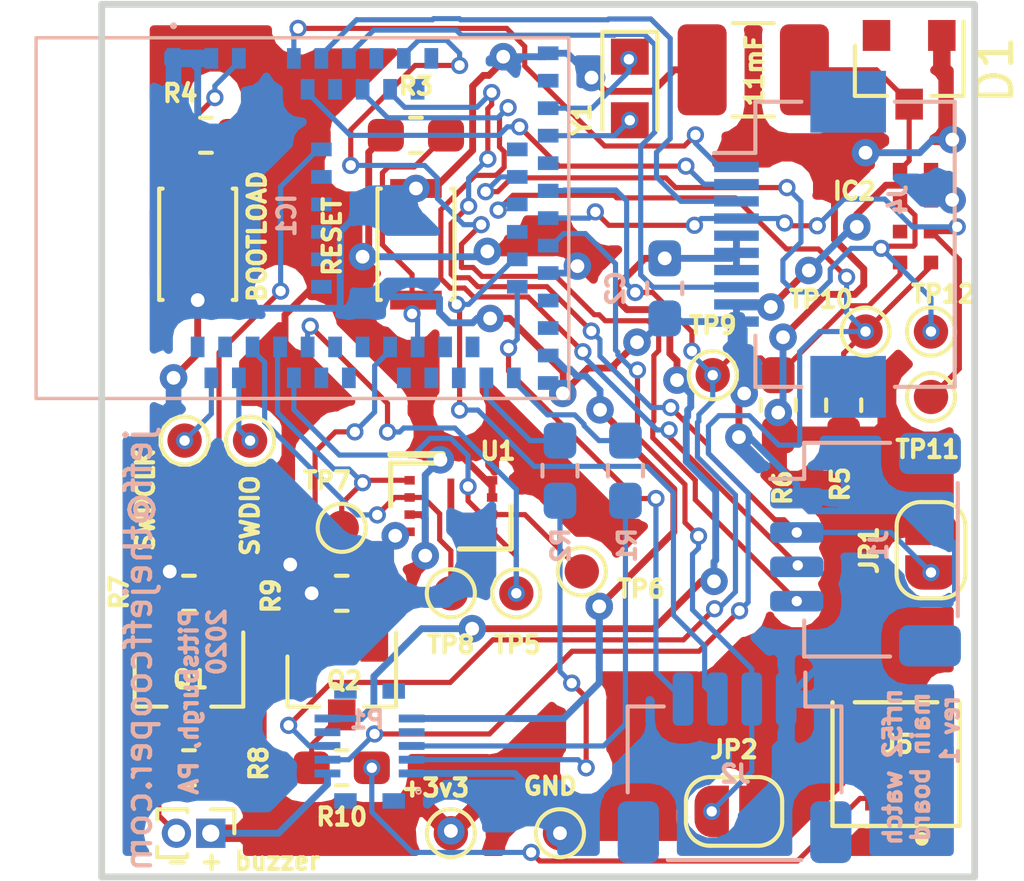
<source format=kicad_pcb>
(kicad_pcb (version 20171130) (host pcbnew "(5.0.0-rc2-200-g1f6f76beb)")
  (layers (0 F.Cu signal) (31 B.Cu signal) (34 B.Paste user) (35 F.Paste user) (36 B.SilkS user) (37 F.SilkS user) (38 B.Mask user) (39 F.Mask user) (44 Edge.Cuts user))
  (net 0 "")
  (net 1 "Net-(C1-Pad1)")
  (net 2 GND)
  (net 3 +3V3)
  (net 4 SCL)
  (net 5 RTC_IRQ)
  (net 6 SDA)
  (net 7 SQW)
  (net 8 BTN1)
  (net 9 BTN3)
  (net 10 BTN2)
  (net 11 BTN6)
  (net 12 BTN5)
  (net 13 BTN4)
  (net 14 "Net-(J3-Pad2)")
  (net 15 LCD_CLK)
  (net 16 LCD_MOSI)
  (net 17 LCD_CS)
  (net 18 +5V)
  (net 19 EXTMODE)
  (net 20 USB_DN)
  (net 21 USB_DP)
  (net 22 VBUS)
  (net 23 BUZZER)
  (net 24 "Net-(Q1-Pad3)")
  (net 25 "Net-(Q2-Pad3)")
  (net 26 FRONTLIGHT)
  (net 27 "Net-(IC1-Pad34)")
  (net 28 "Net-(IC1-Pad35)")
  (net 29 RST)
  (net 30 BOOTLOAD)
  (net 31 SWDCLK)
  (net 32 SWDIO)
  (net 33 FLASH_DI)
  (net 34 FLASH_CLK)
  (net 35 FLASH_CS)
  (net 36 FLASH_DO)
  (net 37 "Net-(IC1-Pad17)")
  (net 38 "Net-(IC1-Pad18)")
  (net 39 "Net-(J5-Pad3)")
  (module Crystal:Crystal_SMD_2012-2Pin_2.0x1.2mm_HandSoldering (layer F.Cu) (at 177.927 114.209 270)
    (fp_text reference Y1 (at 0.9038 1.397 270) (layer F.SilkS) (effects (font (size 0.5 0.5) (thickness 0.125))))
    (fp_text value Crystal)
    (pad 1 smd rect (at -0.925 0 270) (size 1.05 1.1) (layers F.Cu F.Paste F.Mask) (net 37 "Net-(IC1-Pad17)"))
    (pad 2 smd rect (at 0.925 0 270) (size 1.05 1.1) (layers F.Cu F.Paste F.Mask) (net 38 "Net-(IC1-Pad18)"))
  )
  (module Capacitor_SMD:C_1210_3225Metric_Pad1.42x2.65mm_HandSolder (layer F.Cu) (at 181.5195 113.665 180)
    (fp_text reference C1 hide)
    (fp_text value 11mF)
    (pad 1 smd roundrect (at -1.4875 0 180) (size 1.425 2.65) (layers F.Cu F.Paste F.Mask) (roundrect_rratio 0.175439) (net 1 "Net-(C1-Pad1)"))
    (pad 2 smd roundrect (at 1.4875 0 180) (size 1.425 2.65) (layers F.Cu F.Paste F.Mask) (roundrect_rratio 0.175439) (net 2 GND))
  )
  (module Capacitor_SMD:C_0603_1608Metric_Pad1.05x0.95mm_HandSolder (layer B.Cu) (at 178.943 120.029 270)
    (fp_text reference C2 (at 0 1.43 270) (layer B.SilkS) (effects (font (size 0.5 0.5) (thickness 0.125)) (justify mirror)))
    (fp_text value 1uF)
    (pad 1 smd roundrect (at -0.875 0 270) (size 1.05 0.95) (layers B.Cu B.Paste B.Mask) (net 18 +5V))
    (pad 2 smd roundrect (at 0.875 0 270) (size 1.05 0.95) (layers B.Cu B.Paste B.Mask) (net 2 GND))
  )
  (module libs:LCC90P230X50X80-8N (layer F.Cu) (at 186.24 117.925 90)
    (fp_text reference IC2 (at 0.7294 -1.7852 180) (layer F.SilkS) (effects (font (size 0.5 0.5) (thickness 0.125))))
    (fp_text value M41T62LC6F)
    (pad 8 smd rect (at -1.35 -0.45 90) (size 0.4 0.42) (layers F.Cu F.Paste F.Mask) (net 4 SCL))
    (pad 7 smd rect (at -0.45 -0.45 90) (size 0.4 0.42) (layers F.Cu F.Paste F.Mask))
    (pad 6 smd rect (at 0.45 -0.45 90) (size 0.4 0.42) (layers F.Cu F.Paste F.Mask) (net 5 RTC_IRQ))
    (pad 5 smd rect (at 1.35 -0.45 90) (size 0.4 0.42) (layers F.Cu F.Paste F.Mask) (net 1 "Net-(C1-Pad1)"))
    (pad 1 smd rect (at -1.35 0.45 90) (size 0.4 0.42) (layers F.Cu F.Paste F.Mask) (net 6 SDA))
    (pad 2 smd rect (at -0.45 0.45 90) (size 0.4 0.42) (layers F.Cu F.Paste F.Mask) (net 7 SQW))
    (pad 3 smd rect (at 0.45 0.45 90) (size 0.4 0.42) (layers F.Cu F.Paste F.Mask) (net 2 GND))
    (pad 4 smd rect (at 1.35 0.45 90) (size 0.4 0.42) (layers F.Cu F.Paste F.Mask))
  )
  (module Connector_JST:JST_SH_SM04B-SRSS-TB_1x04-1MP_P1.00mm_Horizontal (layer B.Cu) (at 184.785 127.635 270)
    (fp_text reference J1 (at -0.127 -0.381 270) (layer B.SilkS) (effects (font (size 0.5 0.5) (thickness 0.125)) (justify mirror)))
    (fp_text value Conn_01x04_Female)
    (pad MP smd roundrect (at 2.8 -1.875 270) (size 1.2 1.8) (layers B.Cu B.Paste B.Mask) (roundrect_rratio 0.208333))
    (pad MP smd roundrect (at -2.8 -1.875 270) (size 1.2 1.8) (layers B.Cu B.Paste B.Mask) (roundrect_rratio 0.208333))
    (pad 4 smd roundrect (at 1.5 2 270) (size 0.6 1.55) (layers B.Cu B.Paste B.Mask) (net 8 BTN1))
    (pad 3 smd roundrect (at 0.5 2 270) (size 0.6 1.55) (layers B.Cu B.Paste B.Mask) (net 9 BTN3))
    (pad 2 smd roundrect (at -0.5 2 270) (size 0.6 1.55) (layers B.Cu B.Paste B.Mask) (net 10 BTN2))
    (pad 1 smd roundrect (at -1.5 2 270) (size 0.6 1.55) (layers B.Cu B.Paste B.Mask) (net 2 GND))
  )
  (module Connector_JST:JST_SH_SM04B-SRSS-TB_1x04-1MP_P1.00mm_Horizontal (layer B.Cu) (at 180.975 133.985 180)
    (fp_text reference J2 (at -0.0254 -0.1778 180) (layer B.SilkS) (effects (font (size 0.5 0.5) (thickness 0.125)) (justify mirror)))
    (fp_text value Conn_01x04_Female)
    (pad 1 smd roundrect (at -1.5 2 180) (size 0.6 1.55) (layers B.Cu B.Paste B.Mask) (net 2 GND))
    (pad 2 smd roundrect (at -0.5 2 180) (size 0.6 1.55) (layers B.Cu B.Paste B.Mask) (net 11 BTN6))
    (pad 3 smd roundrect (at 0.5 2 180) (size 0.6 1.55) (layers B.Cu B.Paste B.Mask) (net 12 BTN5))
    (pad 4 smd roundrect (at 1.5 2 180) (size 0.6 1.55) (layers B.Cu B.Paste B.Mask) (net 13 BTN4))
    (pad MP smd roundrect (at -2.8 -1.875 180) (size 1.2 1.8) (layers B.Cu B.Paste B.Mask) (roundrect_rratio 0.208333))
    (pad MP smd roundrect (at 2.8 -1.875 180) (size 1.2 1.8) (layers B.Cu B.Paste B.Mask) (roundrect_rratio 0.208333))
  )
  (module Connector_PinHeader_1.00mm:PinHeader_1x02_P1.00mm_Vertical (layer F.Cu) (at 165.735 135.89 270)
    (fp_text reference J3 hide)
    (fp_text value Buzzer)
    (pad 1 thru_hole rect (at 0 0 270) (size 0.85 0.85) (drill 0.5) (layers *.Cu *.Mask) (net 3 +3V3))
    (pad 2 thru_hole oval (at 0 1 270) (size 0.85 0.85) (drill 0.5) (layers *.Cu *.Mask) (net 14 "Net-(J3-Pad2)"))
  )
  (module Connector_FFC-FPC:Hirose_FH12-10S-0.5SH_1x10-1MP_P0.50mm_Horizontal (layer B.Cu) (at 182.88 118.745 270)
    (fp_text reference J4 (at -1.2954 -2.8448 270) (layer B.SilkS) (effects (font (size 0.5 0.5) (thickness 0.125)) (justify mirror)))
    (fp_text value "Memory LCD")
    (pad MP smd rect (at 4.15 -1.4 270) (size 1.8 2.2) (layers B.Cu B.Paste B.Mask))
    (pad MP smd rect (at -4.15 -1.4 270) (size 1.8 2.2) (layers B.Cu B.Paste B.Mask))
    (pad 1 smd rect (at -2.25 1.85 270) (size 0.3 1.3) (layers B.Cu B.Paste B.Mask) (net 15 LCD_CLK))
    (pad 2 smd rect (at -1.75 1.85 270) (size 0.3 1.3) (layers B.Cu B.Paste B.Mask) (net 16 LCD_MOSI))
    (pad 3 smd rect (at -1.25 1.85 270) (size 0.3 1.3) (layers B.Cu B.Paste B.Mask) (net 17 LCD_CS))
    (pad 4 smd rect (at -0.75 1.85 270) (size 0.3 1.3) (layers B.Cu B.Paste B.Mask) (net 7 SQW))
    (pad 5 smd rect (at -0.25 1.85 270) (size 0.3 1.3) (layers B.Cu B.Paste B.Mask) (net 18 +5V))
    (pad 6 smd rect (at 0.25 1.85 270) (size 0.3 1.3) (layers B.Cu B.Paste B.Mask) (net 18 +5V))
    (pad 7 smd rect (at 0.75 1.85 270) (size 0.3 1.3) (layers B.Cu B.Paste B.Mask) (net 18 +5V))
    (pad 8 smd rect (at 1.25 1.85 270) (size 0.3 1.3) (layers B.Cu B.Paste B.Mask) (net 19 EXTMODE))
    (pad 9 smd rect (at 1.75 1.85 270) (size 0.3 1.3) (layers B.Cu B.Paste B.Mask) (net 2 GND))
    (pad 10 smd rect (at 2.25 1.85 270) (size 0.3 1.3) (layers B.Cu B.Paste B.Mask) (net 2 GND))
  )
  (module Jumper:SolderJumper-2_P1.3mm_Open_RoundedPad1.0x1.5mm (layer F.Cu) (at 186.69 127.65 90)
    (fp_text reference JP1 (at 0 -1.8 90) (layer F.SilkS) (effects (font (size 0.5 0.5) (thickness 0.125))))
    (fp_text value Jumper_NO_Small)
    (pad 2 smd custom (at 0.65 0 90) (size 1 0.5) (layers F.Cu F.Mask) (net 3 +3V3) (options (clearance outline) (anchor rect)) (primitives (gr_circle (center 0 0.25) (end 0.5 0.25) (width 0)) (gr_circle (center 0 -0.25) (end 0.5 -0.25) (width 0)) (gr_poly (pts (xy 0 -0.75) (xy -0.5 -0.75) (xy -0.5 0.75) (xy 0 0.75)) (width 0))))
    (pad 1 smd custom (at -0.65 0 90) (size 1 0.5) (layers F.Cu F.Mask) (net 10 BTN2) (options (clearance outline) (anchor rect)) (primitives (gr_circle (center 0 0.25) (end 0.5 0.25) (width 0)) (gr_circle (center 0 -0.25) (end 0.5 -0.25) (width 0)) (gr_poly (pts (xy 0 -0.75) (xy 0.5 -0.75) (xy 0.5 0.75) (xy 0 0.75)) (width 0))))
  )
  (module Jumper:SolderJumper-2_P1.3mm_Open_RoundedPad1.0x1.5mm (layer F.Cu) (at 180.96 135.255)
    (fp_text reference JP2 (at 0 -1.8) (layer F.SilkS) (effects (font (size 0.5 0.5) (thickness 0.125))))
    (fp_text value Jumper_NO_Small)
    (pad 1 smd custom (at -0.65 0) (size 1 0.5) (layers F.Cu F.Mask) (net 11 BTN6) (options (clearance outline) (anchor rect)) (primitives (gr_circle (center 0 0.25) (end 0.5 0.25) (width 0)) (gr_circle (center 0 -0.25) (end 0.5 -0.25) (width 0)) (gr_poly (pts (xy 0 -0.75) (xy 0.5 -0.75) (xy 0.5 0.75) (xy 0 0.75)) (width 0))))
    (pad 2 smd custom (at 0.65 0) (size 1 0.5) (layers F.Cu F.Mask) (net 3 +3V3) (options (clearance outline) (anchor rect)) (primitives (gr_circle (center 0 0.25) (end 0.5 0.25) (width 0)) (gr_circle (center 0 -0.25) (end 0.5 -0.25) (width 0)) (gr_poly (pts (xy 0 -0.75) (xy -0.5 -0.75) (xy -0.5 0.75) (xy 0 0.75)) (width 0))))
  )
  (module libs:PANASONIC_AXT610124 (layer B.Cu) (at 170.355 133.35 90)
    (fp_text reference P1 (at 0.762 -0.0762 180) (layer B.SilkS) (effects (font (size 0.5 0.5) (thickness 0.125)) (justify mirror)))
    (fp_text value AXT610124)
    (pad 6 smd rect (at 0 -1.225 90) (size 0.23 0.75) (layers B.Cu B.Mask) (net 4 SCL))
    (pad 4 smd rect (at -0.4 -1.225 90) (size 0.23 0.75) (layers B.Cu B.Mask) (net 6 SDA))
    (pad 8 smd rect (at 0.4 -1.225 90) (size 0.23 0.75) (layers B.Cu B.Mask))
    (pad 2 smd rect (at -0.8 -1.225 90) (size 0.23 0.75) (layers B.Cu B.Mask) (net 3 +3V3))
    (pad 10 smd rect (at 0.8 -1.225 90) (size 0.23 0.75) (layers B.Cu B.Mask) (net 18 +5V))
    (pad 5 smd rect (at 0 1.225 90) (size 0.23 0.75) (layers B.Cu B.Mask) (net 20 USB_DN))
    (pad 3 smd rect (at -0.4 1.225 90) (size 0.23 0.75) (layers B.Cu B.Mask) (net 21 USB_DP))
    (pad 7 smd rect (at 0.4 1.225 90) (size 0.23 0.75) (layers B.Cu B.Mask))
    (pad 1 smd rect (at -0.8 1.225 90) (size 0.23 0.75) (layers B.Cu B.Mask) (net 2 GND))
    (pad 9 smd rect (at 0.8 1.225 90) (size 0.23 0.75) (layers B.Cu B.Mask) (net 22 VBUS))
    (pad P1 smd rect (at -1.6 0.7025 90) (size 0.45 0.655) (layers B.Cu B.Paste B.Mask))
    (pad P3 smd rect (at -1.6 -0.7025 90) (size 0.45 0.655) (layers B.Cu B.Paste B.Mask))
    (pad P4 smd rect (at 1.6 -0.7025 90) (size 0.45 0.655) (layers B.Cu B.Paste B.Mask))
    (pad P2 smd rect (at 1.6 0.7025 90) (size 0.45 0.655) (layers B.Cu B.Paste B.Mask))
  )
  (module Package_TO_SOT_SMD:SOT-23 (layer F.Cu) (at 165.1 131.445 270)
    (fp_text reference Q1 (at -0.0254 -0.0508) (layer F.SilkS) (effects (font (size 0.5 0.5) (thickness 0.125))))
    (fp_text value DMN6140L)
    (pad 1 smd rect (at -1 -0.95 270) (size 0.9 0.8) (layers F.Cu F.Paste F.Mask) (net 23 BUZZER))
    (pad 2 smd rect (at -1 0.95 270) (size 0.9 0.8) (layers F.Cu F.Paste F.Mask) (net 2 GND))
    (pad 3 smd rect (at 1 0 270) (size 0.9 0.8) (layers F.Cu F.Paste F.Mask) (net 24 "Net-(Q1-Pad3)"))
  )
  (module Package_TO_SOT_SMD:SOT-23 (layer F.Cu) (at 169.545 131.445 270)
    (fp_text reference Q2 (at 0 -0.0762) (layer F.SilkS) (effects (font (size 0.5 0.5) (thickness 0.125))))
    (fp_text value DMN6140L)
    (pad 3 smd rect (at 1 0 270) (size 0.9 0.8) (layers F.Cu F.Paste F.Mask) (net 25 "Net-(Q2-Pad3)"))
    (pad 2 smd rect (at -1 0.95 270) (size 0.9 0.8) (layers F.Cu F.Paste F.Mask) (net 2 GND))
    (pad 1 smd rect (at -1 -0.95 270) (size 0.9 0.8) (layers F.Cu F.Paste F.Mask) (net 26 FRONTLIGHT))
  )
  (module Resistor_SMD:R_0603_1608Metric_Pad1.05x0.95mm_HandSolder (layer B.Cu) (at 177.8 125.335 90)
    (fp_text reference R1 (at -2.173 0.0508 90) (layer B.SilkS) (effects (font (size 0.5 0.5) (thickness 0.125)) (justify mirror)))
    (fp_text value 27)
    (pad 1 smd roundrect (at -0.875 0 90) (size 1.05 0.95) (layers B.Cu B.Paste B.Mask) (net 20 USB_DN))
    (pad 2 smd roundrect (at 0.875 0 90) (size 1.05 0.95) (layers B.Cu B.Paste B.Mask) (net 27 "Net-(IC1-Pad34)"))
  )
  (module Resistor_SMD:R_0603_1608Metric_Pad1.05x0.95mm_HandSolder (layer B.Cu) (at 175.895 125.335 90)
    (fp_text reference R2 (at -2.173 0.0254 90) (layer B.SilkS) (effects (font (size 0.5 0.5) (thickness 0.125)) (justify mirror)))
    (fp_text value 27)
    (pad 2 smd roundrect (at 0.875 0 90) (size 1.05 0.95) (layers B.Cu B.Paste B.Mask) (net 28 "Net-(IC1-Pad35)"))
    (pad 1 smd roundrect (at -0.875 0 90) (size 1.05 0.95) (layers B.Cu B.Paste B.Mask) (net 21 USB_DP))
  )
  (module Resistor_SMD:R_0603_1608Metric_Pad1.05x0.95mm_HandSolder (layer F.Cu) (at 171.704 115.57)
    (fp_text reference R3 (at 0 -1.43) (layer F.SilkS) (effects (font (size 0.5 0.5) (thickness 0.125))))
    (fp_text value 10k)
    (pad 2 smd roundrect (at 0.875 0) (size 1.05 0.95) (layers F.Cu F.Paste F.Mask) (net 29 RST))
    (pad 1 smd roundrect (at -0.875 0) (size 1.05 0.95) (layers F.Cu F.Paste F.Mask) (net 3 +3V3))
  )
  (module Resistor_SMD:R_0603_1608Metric_Pad1.05x0.95mm_HandSolder (layer F.Cu) (at 165.594 115.57 180)
    (fp_text reference R4 (at 0.748 1.2192 180) (layer F.SilkS) (effects (font (size 0.5 0.5) (thickness 0.125))))
    (fp_text value 10k)
    (pad 1 smd roundrect (at -0.875 0 180) (size 1.05 0.95) (layers F.Cu F.Paste F.Mask) (net 3 +3V3))
    (pad 2 smd roundrect (at 0.875 0 180) (size 1.05 0.95) (layers F.Cu F.Paste F.Mask) (net 30 BOOTLOAD))
  )
  (module Resistor_SMD:R_0603_1608Metric_Pad1.05x0.95mm_HandSolder (layer F.Cu) (at 184.15 123.43 90)
    (fp_text reference R5 (at -2.3 -0.1016 90) (layer F.SilkS) (effects (font (size 0.5 0.5) (thickness 0.125))))
    (fp_text value 4k7)
    (pad 1 smd roundrect (at -0.875 0 90) (size 1.05 0.95) (layers F.Cu F.Paste F.Mask) (net 3 +3V3))
    (pad 2 smd roundrect (at 0.875 0 90) (size 1.05 0.95) (layers F.Cu F.Paste F.Mask) (net 6 SDA))
  )
  (module Resistor_SMD:R_0603_1608Metric_Pad1.05x0.95mm_HandSolder (layer F.Cu) (at 182.245 123.43 90)
    (fp_text reference R6 (at -2.4016 0.127 90) (layer F.SilkS) (effects (font (size 0.5 0.5) (thickness 0.125))))
    (fp_text value 4k7)
    (pad 2 smd roundrect (at 0.875 0 90) (size 1.05 0.95) (layers F.Cu F.Paste F.Mask) (net 4 SCL))
    (pad 1 smd roundrect (at -0.875 0 90) (size 1.05 0.95) (layers F.Cu F.Paste F.Mask) (net 3 +3V3))
  )
  (module Resistor_SMD:R_0603_1608Metric_Pad1.05x0.95mm_HandSolder (layer F.Cu) (at 165.1 128.905)
    (fp_text reference R7 (at -2.032 -0.0254 90) (layer F.SilkS) (effects (font (size 0.5 0.5) (thickness 0.125))))
    (fp_text value R)
    (pad 2 smd roundrect (at 0.875 0) (size 1.05 0.95) (layers F.Cu F.Paste F.Mask) (net 23 BUZZER))
    (pad 1 smd roundrect (at -0.875 0) (size 1.05 0.95) (layers F.Cu F.Paste F.Mask) (net 2 GND))
  )
  (module Resistor_SMD:R_0603_1608Metric_Pad1.05x0.95mm_HandSolder (layer F.Cu) (at 165.1 133.985)
    (fp_text reference R8 (at 2.032 -0.127 90) (layer F.SilkS) (effects (font (size 0.5 0.5) (thickness 0.125))))
    (fp_text value R)
    (pad 1 smd roundrect (at -0.875 0) (size 1.05 0.95) (layers F.Cu F.Paste F.Mask) (net 14 "Net-(J3-Pad2)"))
    (pad 2 smd roundrect (at 0.875 0) (size 1.05 0.95) (layers F.Cu F.Paste F.Mask) (net 24 "Net-(Q1-Pad3)"))
  )
  (module Resistor_SMD:R_0603_1608Metric_Pad1.05x0.95mm_HandSolder (layer F.Cu) (at 169.545 128.905)
    (fp_text reference R9 (at -2.0574 0.0762 90) (layer F.SilkS) (effects (font (size 0.5 0.5) (thickness 0.125))))
    (fp_text value R)
    (pad 2 smd roundrect (at 0.875 0) (size 1.05 0.95) (layers F.Cu F.Paste F.Mask) (net 26 FRONTLIGHT))
    (pad 1 smd roundrect (at -0.875 0) (size 1.05 0.95) (layers F.Cu F.Paste F.Mask) (net 2 GND))
  )
  (module Resistor_SMD:R_0603_1608Metric_Pad1.05x0.95mm_HandSolder (layer F.Cu) (at 169.545 133.985 180)
    (fp_text reference R10 (at 0 -1.43 180) (layer F.SilkS) (effects (font (size 0.5 0.5) (thickness 0.125))))
    (fp_text value R)
    (pad 1 smd roundrect (at -0.875 0 180) (size 1.05 0.95) (layers F.Cu F.Paste F.Mask) (net 39 "Net-(J5-Pad3)"))
    (pad 2 smd roundrect (at 0.875 0 180) (size 1.05 0.95) (layers F.Cu F.Paste F.Mask) (net 25 "Net-(Q2-Pad3)"))
  )
  (module Button_Switch_SMD:SW_SPST_CK_KXT3 (layer F.Cu) (at 165.354 118.745 270)
    (fp_text reference SW_BOOT1 hide)
    (fp_text value SW_Push)
    (pad 1 smd rect (at -1.625 0 270) (size 0.55 1.5) (layers F.Cu F.Paste F.Mask) (net 30 BOOTLOAD))
    (pad 2 smd rect (at 1.625 0 270) (size 0.55 1.5) (layers F.Cu F.Paste F.Mask) (net 2 GND))
  )
  (module Button_Switch_SMD:SW_SPST_CK_KXT3 (layer F.Cu) (at 171.704 118.745 90)
    (fp_text reference SW_RESET1 hide)
    (fp_text value SW_Push)
    (pad 2 smd rect (at 1.625 0 90) (size 0.55 1.5) (layers F.Cu F.Paste F.Mask) (net 2 GND))
    (pad 1 smd rect (at -1.625 0 90) (size 0.55 1.5) (layers F.Cu F.Paste F.Mask) (net 29 RST))
  )
  (module TestPoint:TestPoint_Pad_D1.0mm (layer F.Cu) (at 172.72 135.89)
    (fp_text reference TP1 hide)
    (fp_text value TestPoint)
    (pad 1 smd circle (at 0 0) (size 1 1) (layers F.Cu F.Mask) (net 3 +3V3))
  )
  (module TestPoint:TestPoint_Pad_D1.0mm (layer F.Cu) (at 175.895 135.89)
    (fp_text reference TP2 hide)
    (fp_text value TestPoint)
    (pad 1 smd circle (at 0 0) (size 1 1) (layers F.Cu F.Mask) (net 2 GND))
  )
  (module TestPoint:TestPoint_Pad_D1.0mm (layer F.Cu) (at 164.973 124.46)
    (fp_text reference TP3 hide)
    (fp_text value TestPoint)
    (pad 1 smd circle (at 0 0) (size 1 1) (layers F.Cu F.Mask) (net 31 SWDCLK))
  )
  (module TestPoint:TestPoint_Pad_D1.0mm (layer F.Cu) (at 166.878 124.46)
    (fp_text reference TP4 hide)
    (fp_text value TestPoint)
    (pad 1 smd circle (at 0 0) (size 1 1) (layers F.Cu F.Mask) (net 32 SWDIO))
  )
  (module TestPoint:TestPoint_Pad_D1.0mm (layer F.Cu) (at 174.625 128.905)
    (fp_text reference TP5 (at 0.0254 1.4986) (layer F.SilkS) (effects (font (size 0.5 0.5) (thickness 0.125))))
    (fp_text value TestPoint)
    (pad 1 smd circle (at 0 0) (size 1 1) (layers F.Cu F.Mask) (net 33 FLASH_DI))
  )
  (module TestPoint:TestPoint_Pad_D1.0mm (layer F.Cu) (at 176.53 128.27)
    (fp_text reference TP6 (at 1.7272 0.508) (layer F.SilkS) (effects (font (size 0.5 0.5) (thickness 0.125))))
    (fp_text value TestPoint)
    (pad 1 smd circle (at 0 0) (size 1 1) (layers F.Cu F.Mask) (net 34 FLASH_CLK))
  )
  (module TestPoint:TestPoint_Pad_D1.0mm (layer F.Cu) (at 169.545 127)
    (fp_text reference TP7 (at -0.4318 -1.3716) (layer F.SilkS) (effects (font (size 0.5 0.5) (thickness 0.125))))
    (fp_text value TestPoint)
    (pad 1 smd circle (at 0 0) (size 1 1) (layers F.Cu F.Mask) (net 35 FLASH_CS))
  )
  (module TestPoint:TestPoint_Pad_D1.0mm (layer F.Cu) (at 172.72 128.905)
    (fp_text reference TP8 (at 0 1.4986) (layer F.SilkS) (effects (font (size 0.5 0.5) (thickness 0.125))))
    (fp_text value TestPoint)
    (pad 1 smd circle (at 0 0) (size 1 1) (layers F.Cu F.Mask) (net 36 FLASH_DO))
  )
  (module TestPoint:TestPoint_Pad_D1.0mm (layer F.Cu) (at 180.34 122.555)
    (fp_text reference TP9 (at 0 -1.448) (layer F.SilkS) (effects (font (size 0.5 0.5) (thickness 0.125))))
    (fp_text value TestPoint)
    (pad 1 smd circle (at 0 0) (size 1 1) (layers F.Cu F.Mask) (net 4 SCL))
  )
  (module TestPoint:TestPoint_Pad_D1.0mm (layer F.Cu) (at 184.785 121.285)
    (fp_text reference TP10 (at -1.2954 -0.9398) (layer F.SilkS) (effects (font (size 0.5 0.5) (thickness 0.125))))
    (fp_text value TestPoint)
    (pad 1 smd circle (at 0 0) (size 1 1) (layers F.Cu F.Mask) (net 6 SDA))
  )
  (module TestPoint:TestPoint_Pad_D1.0mm (layer F.Cu) (at 186.69 123.19)
    (fp_text reference TP11 (at -0.1016 1.524) (layer F.SilkS) (effects (font (size 0.5 0.5) (thickness 0.125))))
    (fp_text value TestPoint)
    (pad 1 smd circle (at 0 0) (size 1 1) (layers F.Cu F.Mask) (net 7 SQW))
  )
  (module TestPoint:TestPoint_Pad_D1.0mm (layer F.Cu) (at 186.69 121.285)
    (fp_text reference TP12 (at 0.3556 -1.0922) (layer F.SilkS) (effects (font (size 0.5 0.5) (thickness 0.125))))
    (fp_text value TestPoint)
    (pad 1 smd circle (at 0 0) (size 1 1) (layers F.Cu F.Mask) (net 5 RTC_IRQ))
  )
  (module libs:8-USON (layer F.Cu) (at 172.72 126.365)
    (fp_text reference U1 (at 1.3716 -1.6002) (layer F.SilkS) (effects (font (size 0.5 0.5) (thickness 0.125))))
    (fp_text value W25X20CLUXIG hide)
    (pad 1 smd rect (at -1.2 -0.75) (size 0.3 0.25) (layers F.Cu F.Paste F.Mask) (net 35 FLASH_CS))
    (pad 2 smd rect (at -1.2 -0.25) (size 0.3 0.25) (layers F.Cu F.Paste F.Mask) (net 36 FLASH_DO))
    (pad 3 smd rect (at -1.2 0.25) (size 0.3 0.25) (layers F.Cu F.Paste F.Mask) (net 3 +3V3))
    (pad 4 smd rect (at -1.2 0.75) (size 0.3 0.25) (layers F.Cu F.Paste F.Mask) (net 2 GND))
    (pad 5 smd rect (at 1.2 0.75) (size 0.3 0.25) (layers F.Cu F.Paste F.Mask) (net 33 FLASH_DI))
    (pad 6 smd rect (at 1.2 0.25) (size 0.3 0.25) (layers F.Cu F.Paste F.Mask) (net 34 FLASH_CLK))
    (pad 7 smd rect (at 1.2 -0.25) (size 0.3 0.25) (layers F.Cu F.Paste F.Mask) (net 3 +3V3))
    (pad 8 smd rect (at 1.2 -0.75) (size 0.3 0.25) (layers F.Cu F.Paste F.Mask) (net 3 +3V3))
    (pad FLAG smd rect (at 0 0) (size 0.2 1.6) (layers F.Cu F.Paste F.Mask))
  )
  (module 113990582:113990582 (layer B.Cu) (at 168.402 117.983 270)
    (fp_text reference IC1 (at -0.0762 0.4572 270) (layer B.SilkS) (effects (font (size 0.5 0.5) (thickness 0.125)) (justify mirror)))
    (fp_text value 113990582 hide)
    (pad 1 smd rect (at -4.65 3.75 180) (size 0.4 0.6) (layers B.Cu B.Paste B.Mask) (net 2 GND))
    (pad 2 smd rect (at -4.65 2.65 180) (size 0.4 0.6) (layers B.Cu B.Paste B.Mask) (net 2 GND))
    (pad 3 smd rect (at -4.65 1.85 180) (size 0.4 0.6) (layers B.Cu B.Paste B.Mask) (net 30 BOOTLOAD))
    (pad 4 smd rect (at -4.65 0.25 180) (size 0.4 0.6) (layers B.Cu B.Paste B.Mask) (net 15 LCD_CLK))
    (pad 5 smd rect (at -3.75 -0.15 180) (size 0.4 0.6) (layers B.Cu B.Paste B.Mask) (net 16 LCD_MOSI))
    (pad 6 smd rect (at -4.65 -0.55 180) (size 0.4 0.6) (layers B.Cu B.Paste B.Mask) (net 17 LCD_CS))
    (pad 7 smd rect (at -3.75 -0.95 180) (size 0.4 0.6) (layers B.Cu B.Paste B.Mask))
    (pad 8 smd rect (at -4.65 -1.35 180) (size 0.4 0.6) (layers B.Cu B.Paste B.Mask) (net 19 EXTMODE))
    (pad 9 smd rect (at -3.75 -1.75 180) (size 0.4 0.6) (layers B.Cu B.Paste B.Mask) (net 9 BTN3))
    (pad 10 smd rect (at -4.65 -2.15 180) (size 0.4 0.6) (layers B.Cu B.Paste B.Mask))
    (pad 11 smd rect (at -3.75 -2.55 180) (size 0.4 0.6) (layers B.Cu B.Paste B.Mask) (net 10 BTN2))
    (pad 12 smd rect (at -4.65 -2.95 180) (size 0.4 0.6) (layers B.Cu B.Paste B.Mask) (net 8 BTN1))
    (pad 13 smd rect (at -3.75 -3.35 180) (size 0.4 0.6) (layers B.Cu B.Paste B.Mask))
    (pad 14 smd rect (at -4.65 -3.75 180) (size 0.4 0.6) (layers B.Cu B.Paste B.Mask))
    (pad 15 smd rect (at -4.8 -7.15 270) (size 0.4 0.6) (layers B.Cu B.Paste B.Mask) (net 2 GND))
    (pad 16 smd rect (at -4 -7.15 270) (size 0.4 0.6) (layers B.Cu B.Paste B.Mask))
    (pad 17 smd rect (at -3.2 -7.15 270) (size 0.4 0.6) (layers B.Cu B.Paste B.Mask) (net 37 "Net-(IC1-Pad17)"))
    (pad 18 smd rect (at -2.4 -7.15 270) (size 0.4 0.6) (layers B.Cu B.Paste B.Mask) (net 38 "Net-(IC1-Pad18)"))
    (pad 19 smd rect (at -2 -6.25 270) (size 0.4 0.6) (layers B.Cu B.Paste B.Mask))
    (pad 20 smd rect (at -1.6 -7.15 270) (size 0.4 0.6) (layers B.Cu B.Paste B.Mask))
    (pad 21 smd rect (at -1.2 -6.25 270) (size 0.4 0.6) (layers B.Cu B.Paste B.Mask) (net 5 RTC_IRQ))
    (pad 22 smd rect (at -0.8 -7.15 270) (size 0.4 0.6) (layers B.Cu B.Paste B.Mask) (net 4 SCL))
    (pad 23 smd rect (at -0.4 -6.25 270) (size 0.4 0.6) (layers B.Cu B.Paste B.Mask) (net 6 SDA))
    (pad 24 smd rect (at 0 -7.15 270) (size 0.4 0.6) (layers B.Cu B.Paste B.Mask) (net 7 SQW))
    (pad 25 smd rect (at 0.4 -6.25 270) (size 0.4 0.6) (layers B.Cu B.Paste B.Mask))
    (pad 26 smd rect (at 0.8 -7.15 270) (size 0.4 0.6) (layers B.Cu B.Paste B.Mask) (net 11 BTN6))
    (pad 27 smd rect (at 1.2 -6.25 270) (size 0.4 0.6) (layers B.Cu B.Paste B.Mask) (net 12 BTN5))
    (pad 28 smd rect (at 1.6 -7.15 270) (size 0.4 0.6) (layers B.Cu B.Paste B.Mask) (net 3 +3V3))
    (pad 29 smd rect (at 2 -6.25 270) (size 0.4 0.6) (layers B.Cu B.Paste B.Mask) (net 13 BTN4))
    (pad 30 smd rect (at 2.4 -7.15 270) (size 0.4 0.6) (layers B.Cu B.Paste B.Mask))
    (pad 31 smd rect (at 3.2 -7.15 270) (size 0.4 0.6) (layers B.Cu B.Paste B.Mask))
    (pad 32 smd rect (at 4 -7.15 270) (size 0.4 0.6) (layers B.Cu B.Paste B.Mask) (net 22 VBUS))
    (pad 33 smd rect (at 4.8 -7.15 270) (size 0.4 0.6) (layers B.Cu B.Paste B.Mask) (net 2 GND))
    (pad 34 smd rect (at 4.65 -6.15 180) (size 0.4 0.6) (layers B.Cu B.Paste B.Mask) (net 27 "Net-(IC1-Pad34)"))
    (pad 35 smd rect (at 4.65 -5.35 180) (size 0.4 0.6) (layers B.Cu B.Paste B.Mask) (net 28 "Net-(IC1-Pad35)"))
    (pad 36 smd rect (at 3.75 -4.95 180) (size 0.4 0.6) (layers B.Cu B.Paste B.Mask))
    (pad 37 smd rect (at 4.65 -4.55 180) (size 0.4 0.6) (layers B.Cu B.Paste B.Mask))
    (pad 38 smd rect (at 3.75 -4.15 180) (size 0.4 0.6) (layers B.Cu B.Paste B.Mask))
    (pad 39 smd rect (at 4.65 -3.75 180) (size 0.4 0.6) (layers B.Cu B.Paste B.Mask))
    (pad 40 smd rect (at 3.75 -3.35 180) (size 0.4 0.6) (layers B.Cu B.Paste B.Mask) (net 29 RST))
    (pad 41 smd rect (at 4.65 -2.95 180) (size 0.4 0.6) (layers B.Cu B.Paste B.Mask))
    (pad 42 smd rect (at 3.75 -2.55 180) (size 0.4 0.6) (layers B.Cu B.Paste B.Mask) (net 26 FRONTLIGHT))
    (pad 43 smd rect (at 3.75 -1.75 180) (size 0.4 0.6) (layers B.Cu B.Paste B.Mask))
    (pad 44 smd rect (at 4.65 -1.35 180) (size 0.4 0.6) (layers B.Cu B.Paste B.Mask))
    (pad 45 smd rect (at 3.75 -0.95 180) (size 0.4 0.6) (layers B.Cu B.Paste B.Mask))
    (pad 46 smd rect (at 4.65 -0.55 180) (size 0.4 0.6) (layers B.Cu B.Paste B.Mask))
    (pad 47 smd rect (at 3.75 -0.15 180) (size 0.4 0.6) (layers B.Cu B.Paste B.Mask) (net 33 FLASH_DI))
    (pad 48 smd rect (at 4.65 0.25 180) (size 0.4 0.6) (layers B.Cu B.Paste B.Mask) (net 34 FLASH_CLK))
    (pad 49 smd rect (at 3.75 0.65 180) (size 0.4 0.6) (layers B.Cu B.Paste B.Mask) (net 35 FLASH_CS))
    (pad 50 smd rect (at 3.75 1.45 180) (size 0.4 0.6) (layers B.Cu B.Paste B.Mask) (net 36 FLASH_DO))
    (pad 51 smd rect (at 4.65 1.85 180) (size 0.4 0.6) (layers B.Cu B.Paste B.Mask) (net 32 SWDIO))
    (pad 52 smd rect (at 3.75 2.25 180) (size 0.4 0.6) (layers B.Cu B.Paste B.Mask))
    (pad 53 smd rect (at 4.65 2.65 180) (size 0.4 0.6) (layers B.Cu B.Paste B.Mask) (net 31 SWDCLK))
    (pad 54 smd rect (at 3.75 3.05 180) (size 0.4 0.6) (layers B.Cu B.Paste B.Mask))
    (pad 55 smd rect (at 4.65 3.75 180) (size 0.4 0.6) (layers B.Cu B.Paste B.Mask) (net 2 GND))
    (pad 56 smd rect (at -2 -0.55 270) (size 0.4 0.6) (layers B.Cu B.Paste B.Mask) (net 23 BUZZER))
    (pad 57 smd rect (at -1.2 -0.55 270) (size 0.4 0.6) (layers B.Cu B.Paste B.Mask))
    (pad 58 smd rect (at -0.4 -0.55 270) (size 0.4 0.6) (layers B.Cu B.Paste B.Mask))
    (pad 59 smd rect (at 0.4 -0.55 270) (size 0.4 0.6) (layers B.Cu B.Paste B.Mask))
    (pad 60 smd rect (at 1.2 -0.55 270) (size 0.4 0.6) (layers B.Cu B.Paste B.Mask))
    (pad 61 smd rect (at 2 -0.55 270) (size 0.4 0.6) (layers B.Cu B.Paste B.Mask))
  )
  (module libs:MOLEX_503480-0400 (layer F.Cu) (at 185.674 133.5532 180)
    (fp_text reference J5 (at -0.0508 0.254 180) (layer F.SilkS) (effects (font (size 0.5 0.5) (thickness 0.125))))
    (fp_text value Conn_01x04_Female)
    (pad 1 smd rect (at -0.75 -1.325 180) (size 0.3 0.7) (layers F.Cu F.Paste F.Mask) (net 3 +3V3))
    (pad 2 smd rect (at -0.25 -1.325 180) (size 0.3 0.7) (layers F.Cu F.Paste F.Mask) (net 3 +3V3))
    (pad 3 smd rect (at 0.25 -1.325 180) (size 0.3 0.7) (layers F.Cu F.Paste F.Mask) (net 39 "Net-(J5-Pad3)"))
    (pad 4 smd rect (at 0.75 -1.325 180) (size 0.3 0.7) (layers F.Cu F.Paste F.Mask) (net 39 "Net-(J5-Pad3)"))
    (pad S1 smd rect (at -1.54 1.325 180) (size 0.3 1) (layers F.Cu F.Paste F.Mask))
    (pad S2 smd rect (at 1.54 1.325 180) (size 0.3 1) (layers F.Cu F.Paste F.Mask))
  )
  (module Diode_SMD:D_SOT-23_ANK (layer F.Cu) (at 186.055 113.665 270)
    (fp_text reference D1 (at 0 -2.5 270) (layer F.SilkS))
    (fp_text value D_Schottky)
    (pad 2 smd rect (at -1 -0.95 270) (size 0.9 0.8) (layers F.Cu F.Paste F.Mask) (net 3 +3V3))
    (pad "" smd rect (at -1 0.95 270) (size 0.9 0.8) (layers F.Cu F.Paste F.Mask))
    (pad 1 smd rect (at 1 0 270) (size 0.9 0.8) (layers F.Cu F.Paste F.Mask) (net 1 "Net-(C1-Pad1)"))
  )
  (gr_text "Pittsburgh, PA\n2020" (at 165.5064 129.286 90) (layer B.SilkS) (effects (font (size 0.5 0.5) (thickness 0.125)) (justify left mirror)))
  (gr_text jeff@thejeffcooper.com (at 163.6268 130.556 90) (layer B.SilkS) (effects (font (size 0.75 0.75) (thickness 0.125)) (justify mirror)))
  (gr_text "nrf52 watch\nmain board" (at 185.9788 133.9596 90) (layer B.SilkS) (effects (font (size 0.5 0.5) (thickness 0.125)) (justify mirror)))
  (gr_text "rev 1" (at 187.2488 132.8928 90) (layer B.SilkS) (effects (font (size 0.5 0.5) (thickness 0.125)) (justify mirror)))
  (gr_text 11mF (at 181.5592 113.6904 90) (layer F.SilkS) (effects (font (size 0.5 0.5) (thickness 0.125))))
  (gr_text RESET (at 169.2656 118.5164 90) (layer F.SilkS) (effects (font (size 0.5 0.5) (thickness 0.125))))
  (gr_text BOOTLOAD (at 167.0812 118.5164 90) (layer F.SilkS) (effects (font (size 0.5 0.5) (thickness 0.125))))
  (gr_text SWDIO (at 166.878 126.6444 90) (layer F.SilkS) (effects (font (size 0.5 0.5) (thickness 0.125))))
  (gr_text SWDCLK (at 163.83 126.1872 90) (layer F.SilkS) (effects (font (size 0.5 0.5) (thickness 0.125))))
  (gr_text "- + buzzer" (at 166.6748 136.7028) (layer F.SilkS) (effects (font (size 0.5 0.5) (thickness 0.125))))
  (gr_text GND (at 175.6156 134.5184) (layer F.SilkS) (effects (font (size 0.5 0.5) (thickness 0.125))))
  (gr_text +3v3 (at 172.2628 134.5692) (layer F.SilkS) (effects (font (size 0.5 0.5) (thickness 0.125))))
  (gr_line (start 162.56 137.16) (end 162.56 111.76) (layer Edge.Cuts) (width 0.2))
  (gr_line (start 187.96 137.16) (end 162.56 137.16) (layer Edge.Cuts) (width 0.2))
  (gr_line (start 187.96 111.76) (end 187.96 137.16) (layer Edge.Cuts) (width 0.2))
  (gr_line (start 162.56 111.76) (end 187.96 111.76) (layer Edge.Cuts) (width 0.2))
  (segment (start 186.055 116.31) (end 185.79 116.575) (width 0.15) (layer F.Cu) (net 1))
  (segment (start 186.055 114.665) (end 186.055 116.31) (width 0.15) (layer F.Cu) (net 1))
  (segment (start 185.105 113.665) (end 186.055 114.615) (width 0.15) (layer F.Cu) (net 1))
  (segment (start 186.055 114.615) (end 186.055 114.665) (width 0.15) (layer F.Cu) (net 1))
  (segment (start 183.007 113.665) (end 185.105 113.665) (width 0.15) (layer F.Cu) (net 1))
  (segment (start 164.15 128.98) (end 164.225 128.905) (width 0.2) (layer F.Cu) (net 2))
  (segment (start 164.15 130.445) (end 164.15 128.98) (width 0.2) (layer F.Cu) (net 2))
  (segment (start 168.595 128.98) (end 168.67 128.905) (width 0.2) (layer F.Cu) (net 2))
  (segment (start 168.595 130.445) (end 168.595 128.98) (width 0.2) (layer F.Cu) (net 2))
  (segment (start 181.03 120.495) (end 181.03 120.995) (width 0.2) (layer B.Cu) (net 2))
  (via (at 175.895 135.89) (size 0.8) (drill 0.4) (layers F.Cu B.Cu) (net 2))
  (segment (start 179.034 120.995) (end 178.943 120.904) (width 0.2) (layer B.Cu) (net 2))
  (segment (start 181.03 120.995) (end 179.034 120.995) (width 0.2) (layer B.Cu) (net 2))
  (via (at 176.81262 113.891158) (size 0.8) (drill 0.4) (layers F.Cu B.Cu) (net 2))
  (segment (start 176.104462 113.183) (end 176.81262 113.891158) (width 0.2) (layer B.Cu) (net 2))
  (segment (start 175.552 113.183) (end 176.104462 113.183) (width 0.2) (layer B.Cu) (net 2))
  (segment (start 178.593343 114.291157) (end 179.2195 113.665) (width 0.2) (layer F.Cu) (net 2))
  (segment (start 179.2195 113.665) (end 180.032 113.665) (width 0.2) (layer F.Cu) (net 2))
  (segment (start 177.212619 114.291157) (end 178.593343 114.291157) (width 0.2) (layer F.Cu) (net 2))
  (segment (start 176.81262 113.891158) (end 177.212619 114.291157) (width 0.2) (layer F.Cu) (net 2))
  (segment (start 173.667403 113.827716) (end 173.827284 113.827716) (width 0.2) (layer F.Cu) (net 2))
  (segment (start 173.35401 116.009434) (end 173.35401 114.141109) (width 0.2) (layer F.Cu) (net 2))
  (segment (start 173.35401 114.141109) (end 173.667403 113.827716) (width 0.2) (layer F.Cu) (net 2))
  (segment (start 172.243444 117.12) (end 173.35401 116.009434) (width 0.2) (layer F.Cu) (net 2))
  (segment (start 171.704 117.12) (end 172.243444 117.12) (width 0.2) (layer F.Cu) (net 2))
  (via (at 174.244 113.284) (size 0.8) (drill 0.4) (layers F.Cu B.Cu) (net 2))
  (segment (start 174.244 113.411) (end 174.244 113.284) (width 0.2) (layer F.Cu) (net 2))
  (segment (start 173.827284 113.827716) (end 174.244 113.411) (width 0.2) (layer F.Cu) (net 2))
  (segment (start 175.451 113.284) (end 175.552 113.183) (width 0.2) (layer B.Cu) (net 2))
  (segment (start 174.244 113.284) (end 175.451 113.284) (width 0.2) (layer B.Cu) (net 2))
  (via (at 164.652 122.633) (size 0.8) (drill 0.4) (layers F.Cu B.Cu) (net 2))
  (segment (start 165.354 120.37) (end 165.354 121.931) (width 0.2) (layer F.Cu) (net 2))
  (segment (start 165.354 121.931) (end 164.652 122.633) (width 0.2) (layer F.Cu) (net 2))
  (via (at 165.354 120.37) (size 0.8) (drill 0.4) (layers F.Cu B.Cu) (net 2))
  (segment (start 165.052 113.333) (end 164.652 113.333) (width 0.2) (layer B.Cu) (net 2))
  (segment (start 165.354 113.635) (end 165.052 113.333) (width 0.2) (layer B.Cu) (net 2))
  (segment (start 165.354 120.37) (end 165.354 113.635) (width 0.2) (layer B.Cu) (net 2))
  (segment (start 186.69 117.475) (end 187.280968 117.475) (width 0.2) (layer F.Cu) (net 2))
  (segment (start 187.280968 117.475) (end 187.30544 117.450528) (width 0.2) (layer F.Cu) (net 2))
  (via (at 187.30544 117.450528) (size 0.8) (drill 0.4) (layers F.Cu B.Cu) (net 2))
  (segment (start 184.531 117.873998) (end 184.531 118.237) (width 0.2) (layer F.Cu) (net 2))
  (segment (start 185.379998 117.025) (end 184.531 117.873998) (width 0.2) (layer F.Cu) (net 2))
  (segment (start 186.23 117.025) (end 185.379998 117.025) (width 0.2) (layer F.Cu) (net 2))
  (segment (start 186.68 117.475) (end 186.23 117.025) (width 0.2) (layer F.Cu) (net 2))
  (via (at 184.531 118.237) (size 0.8) (drill 0.4) (layers F.Cu B.Cu) (net 2))
  (segment (start 186.69 117.475) (end 186.68 117.475) (width 0.2) (layer F.Cu) (net 2))
  (segment (start 184.404 118.237) (end 183.134 119.507) (width 0.2) (layer B.Cu) (net 2))
  (via (at 183.134 119.507) (size 0.8) (drill 0.4) (layers F.Cu B.Cu) (net 2))
  (segment (start 184.531 118.237) (end 184.404 118.237) (width 0.2) (layer B.Cu) (net 2))
  (via (at 182.029443 120.569725) (size 0.8) (drill 0.4) (layers F.Cu B.Cu) (net 2))
  (segment (start 183.092168 119.507) (end 182.029443 120.569725) (width 0.2) (layer F.Cu) (net 2))
  (segment (start 183.134 119.507) (end 183.092168 119.507) (width 0.2) (layer F.Cu) (net 2))
  (segment (start 181.104725 120.569725) (end 181.03 120.495) (width 0.2) (layer B.Cu) (net 2))
  (segment (start 182.029443 120.569725) (end 181.104725 120.569725) (width 0.2) (layer B.Cu) (net 2))
  (via (at 171.704 117.12) (size 0.8) (drill 0.4) (layers F.Cu B.Cu) (net 2))
  (segment (start 170.754 117.12) (end 169.502001 118.371999) (width 0.2) (layer B.Cu) (net 2))
  (segment (start 171.704 117.12) (end 170.754 117.12) (width 0.2) (layer B.Cu) (net 2))
  (segment (start 169.502001 118.371999) (end 169.502001 120.607001) (width 0.2) (layer B.Cu) (net 2))
  (segment (start 166.541001 120.607001) (end 166.304 120.37) (width 0.2) (layer B.Cu) (net 2))
  (segment (start 166.304 120.37) (end 165.354 120.37) (width 0.2) (layer B.Cu) (net 2))
  (via (at 173.863 120.904) (size 0.8) (drill 0.4) (layers F.Cu B.Cu) (net 2))
  (segment (start 173.863 120.904) (end 173.482 120.904) (width 0.2) (layer B.Cu) (net 2))
  (segment (start 173.482 120.904) (end 173.355 121.031) (width 0.2) (layer B.Cu) (net 2))
  (segment (start 172.390561 120.734441) (end 172.390561 120.320561) (width 0.2) (layer B.Cu) (net 2))
  (segment (start 172.68712 121.031) (end 172.390561 120.734441) (width 0.2) (layer B.Cu) (net 2))
  (segment (start 173.355 121.031) (end 172.68712 121.031) (width 0.2) (layer B.Cu) (net 2))
  (segment (start 172.390561 120.320561) (end 172.339 120.269) (width 0.2) (layer B.Cu) (net 2))
  (segment (start 172.339 120.269) (end 170.561 120.269) (width 0.2) (layer B.Cu) (net 2))
  (segment (start 170.222999 120.607001) (end 169.418 120.607001) (width 0.2) (layer B.Cu) (net 2))
  (segment (start 170.561 120.269) (end 170.222999 120.607001) (width 0.2) (layer B.Cu) (net 2))
  (segment (start 169.502001 120.607001) (end 169.418 120.607001) (width 0.2) (layer B.Cu) (net 2))
  (segment (start 169.418 120.607001) (end 166.541001 120.607001) (width 0.2) (layer B.Cu) (net 2))
  (segment (start 173.863 120.904) (end 174.428685 120.904) (width 0.2) (layer F.Cu) (net 2))
  (segment (start 174.428685 120.904) (end 175.989016 122.464331) (width 0.2) (layer F.Cu) (net 2))
  (segment (start 177.457357 122.349179) (end 176.712341 122.349179) (width 0.2) (layer F.Cu) (net 2))
  (segment (start 178.136358 121.596368) (end 177.457357 122.275369) (width 0.2) (layer F.Cu) (net 2))
  (segment (start 175.989016 123.084985) (end 175.976545 123.084985) (width 0.2) (layer F.Cu) (net 2))
  (via (at 178.136358 121.596368) (size 0.8) (drill 0.4) (layers F.Cu B.Cu) (net 2))
  (segment (start 176.712341 122.349179) (end 175.97654 123.08498) (width 0.2) (layer F.Cu) (net 2))
  (segment (start 175.976545 123.084985) (end 175.97654 123.08498) (width 0.2) (layer F.Cu) (net 2))
  (segment (start 178.250632 121.596368) (end 178.136358 121.596368) (width 0.2) (layer B.Cu) (net 2))
  (segment (start 178.943 120.904) (end 178.250632 121.596368) (width 0.2) (layer B.Cu) (net 2))
  (segment (start 175.67456 122.783) (end 175.97654 123.08498) (width 0.2) (layer B.Cu) (net 2))
  (segment (start 177.457357 122.275369) (end 177.457357 122.349179) (width 0.2) (layer F.Cu) (net 2))
  (segment (start 175.989016 122.5193) (end 175.989016 123.084985) (width 0.2) (layer F.Cu) (net 2))
  (via (at 175.97654 123.08498) (size 0.8) (drill 0.4) (layers F.Cu B.Cu) (net 2))
  (segment (start 175.552 122.783) (end 175.67456 122.783) (width 0.2) (layer B.Cu) (net 2))
  (via (at 168.0464 128.0668) (size 0.8) (drill 0.4) (layers F.Cu B.Cu) (net 2))
  (segment (start 168.67 128.905) (end 168.67 128.6904) (width 0.2) (layer F.Cu) (net 2))
  (segment (start 168.67 128.6904) (end 168.0464 128.0668) (width 0.2) (layer F.Cu) (net 2))
  (via (at 164.5412 128.27) (size 0.8) (drill 0.4) (layers F.Cu B.Cu) (net 2))
  (segment (start 168.0464 128.0668) (end 164.7444 128.0668) (width 0.2) (layer B.Cu) (net 2))
  (segment (start 164.7444 128.0668) (end 164.5412 128.27) (width 0.2) (layer B.Cu) (net 2))
  (segment (start 164.5412 128.5888) (end 164.225 128.905) (width 0.2) (layer F.Cu) (net 2))
  (segment (start 164.5412 128.27) (end 164.5412 128.5888) (width 0.2) (layer F.Cu) (net 2))
  (via (at 168.67 128.905) (size 0.8) (drill 0.4) (layers F.Cu B.Cu) (net 2))
  (via (at 171.101293 127.229887) (size 0.8) (drill 0.4) (layers F.Cu B.Cu) (net 2))
  (segment (start 169.42618 128.905) (end 171.101293 127.229887) (width 0.2) (layer B.Cu) (net 2))
  (segment (start 168.67 128.905) (end 169.42618 128.905) (width 0.2) (layer B.Cu) (net 2))
  (segment (start 175.895 135.89) (end 177.8762 133.9088) (width 0.2) (layer B.Cu) (net 2))
  (segment (start 183.15571 126.50571) (end 186.39891 126.50571) (width 0.2) (layer B.Cu) (net 2))
  (segment (start 182.785 126.135) (end 183.15571 126.50571) (width 0.2) (layer B.Cu) (net 2))
  (segment (start 186.39891 126.50571) (end 187.4012 127.508) (width 0.2) (layer B.Cu) (net 2))
  (segment (start 187.4012 127.508) (end 187.4012 128.9812) (width 0.2) (layer B.Cu) (net 2))
  (segment (start 187.4012 128.9812) (end 187.198 129.1844) (width 0.2) (layer B.Cu) (net 2))
  (segment (start 187.198 129.1844) (end 184.8104 129.1844) (width 0.2) (layer B.Cu) (net 2))
  (segment (start 184.8104 129.6496) (end 182.475 131.985) (width 0.2) (layer B.Cu) (net 2))
  (segment (start 184.8104 129.1844) (end 184.8104 129.6496) (width 0.2) (layer B.Cu) (net 2))
  (segment (start 182.785 125.735) (end 181.4084 124.3584) (width 0.2) (layer B.Cu) (net 2))
  (segment (start 182.785 126.135) (end 182.785 125.735) (width 0.2) (layer B.Cu) (net 2))
  (via (at 181.102 124.3584) (size 0.8) (drill 0.4) (layers F.Cu B.Cu) (net 2))
  (segment (start 181.4084 124.3584) (end 181.102 124.3584) (width 0.2) (layer B.Cu) (net 2))
  (via (at 181.2544 123.0884) (size 0.8) (drill 0.4) (layers F.Cu B.Cu) (net 2))
  (segment (start 181.102 124.3584) (end 181.102 123.2408) (width 0.2) (layer F.Cu) (net 2))
  (segment (start 181.102 123.2408) (end 181.2544 123.0884) (width 0.2) (layer F.Cu) (net 2))
  (segment (start 181.2544 121.2194) (end 181.03 120.995) (width 0.2) (layer B.Cu) (net 2))
  (segment (start 181.2544 123.0884) (end 181.2544 121.2194) (width 0.2) (layer B.Cu) (net 2))
  (segment (start 171.21618 127.115) (end 171.101293 127.229887) (width 0.2) (layer F.Cu) (net 2))
  (segment (start 171.52 127.115) (end 171.21618 127.115) (width 0.2) (layer F.Cu) (net 2))
  (segment (start 171.58 134.15) (end 174.58 134.15) (width 0.2) (layer B.Cu) (net 2))
  (segment (start 175.895 135.465) (end 175.895 135.89) (width 0.2) (layer B.Cu) (net 2))
  (segment (start 174.58 134.15) (end 175.895 135.465) (width 0.2) (layer B.Cu) (net 2))
  (segment (start 173.92 126.115) (end 173.92 125.615) (width 0.2) (layer F.Cu) (net 3))
  (via (at 187.31 115.697) (size 0.8) (drill 0.4) (layers F.Cu B.Cu) (net 3))
  (segment (start 187.005 112.665) (end 187.005 115.392) (width 0.2) (layer F.Cu) (net 3))
  (segment (start 187.005 115.392) (end 187.31 115.697) (width 0.2) (layer F.Cu) (net 3))
  (segment (start 175.552 119.583) (end 176.2 119.583) (width 0.2) (layer B.Cu) (net 3))
  (via (at 176.403 119.38) (size 0.8) (drill 0.4) (layers F.Cu B.Cu) (net 3))
  (segment (start 176.2 119.583) (end 176.403 119.38) (width 0.2) (layer B.Cu) (net 3))
  (segment (start 186.363315 116.078) (end 184.785 116.078) (width 0.2) (layer B.Cu) (net 3))
  (via (at 184.785 116.078) (size 0.8) (drill 0.4) (layers F.Cu B.Cu) (net 3))
  (segment (start 187.31 115.697) (end 186.744315 115.697) (width 0.2) (layer B.Cu) (net 3))
  (segment (start 186.744315 115.697) (end 186.363315 116.078) (width 0.2) (layer B.Cu) (net 3))
  (segment (start 183.633365 120.202186) (end 182.384765 121.450786) (width 0.2) (layer F.Cu) (net 3))
  (segment (start 183.880998 118.609166) (end 184.734014 119.462182) (width 0.2) (layer F.Cu) (net 3))
  (segment (start 184.474014 120.202186) (end 183.633365 120.202186) (width 0.2) (layer F.Cu) (net 3))
  (segment (start 184.734014 119.942186) (end 184.474014 120.202186) (width 0.2) (layer F.Cu) (net 3))
  (segment (start 183.880998 116.982002) (end 183.880998 118.609166) (width 0.2) (layer F.Cu) (net 3))
  (via (at 182.384765 121.450786) (size 0.8) (drill 0.4) (layers F.Cu B.Cu) (net 3))
  (segment (start 184.734014 119.462182) (end 184.734014 119.942186) (width 0.2) (layer F.Cu) (net 3))
  (segment (start 184.785 116.078) (end 183.880998 116.982002) (width 0.2) (layer F.Cu) (net 3))
  (via (at 170.152011 119.106976) (size 0.8) (drill 0.4) (layers F.Cu B.Cu) (net 3))
  (segment (start 170.329928 118.929059) (end 170.152011 119.106976) (width 0.2) (layer F.Cu) (net 3))
  (segment (start 167.259 127.762) (end 167.894 127.127) (width 0.2) (layer F.Cu) (net 3))
  (segment (start 166.36 135.89) (end 167.259 134.991) (width 0.2) (layer F.Cu) (net 3))
  (segment (start 169.586326 119.106976) (end 170.152011 119.106976) (width 0.2) (layer F.Cu) (net 3))
  (segment (start 167.259 134.991) (end 167.259 127.762) (width 0.2) (layer F.Cu) (net 3))
  (segment (start 165.735 135.89) (end 166.36 135.89) (width 0.2) (layer F.Cu) (net 3))
  (segment (start 167.894 120.799302) (end 169.586326 119.106976) (width 0.2) (layer F.Cu) (net 3))
  (segment (start 167.894 127.127) (end 167.894 120.799302) (width 0.2) (layer F.Cu) (net 3))
  (segment (start 170.329928 116.069072) (end 170.329928 118.929059) (width 0.2) (layer F.Cu) (net 3))
  (segment (start 170.829 115.57) (end 170.329928 116.069072) (width 0.2) (layer F.Cu) (net 3))
  (via (at 173.782691 118.952597) (size 0.8) (drill 0.4) (layers F.Cu B.Cu) (net 3))
  (segment (start 175.975597 118.952597) (end 173.782691 118.952597) (width 0.2) (layer F.Cu) (net 3))
  (segment (start 176.403 119.38) (end 175.975597 118.952597) (width 0.2) (layer F.Cu) (net 3))
  (segment (start 170.152011 119.106976) (end 173.628312 119.106976) (width 0.2) (layer B.Cu) (net 3))
  (segment (start 173.628312 119.106976) (end 173.782691 118.952597) (width 0.2) (layer B.Cu) (net 3))
  (segment (start 173.92 125.79) (end 172.4884 124.3584) (width 0.2) (layer F.Cu) (net 3))
  (segment (start 173.92 126.115) (end 173.92 125.79) (width 0.2) (layer F.Cu) (net 3))
  (via (at 171.975705 127.809609) (size 0.8) (drill 0.4) (layers F.Cu B.Cu) (net 3))
  (segment (start 171.52 126.615) (end 171.87 126.615) (width 0.2) (layer F.Cu) (net 3))
  (segment (start 171.87 126.615) (end 171.975705 126.720705) (width 0.2) (layer F.Cu) (net 3))
  (segment (start 171.975705 126.720705) (end 171.975705 127.809609) (width 0.2) (layer F.Cu) (net 3))
  (via (at 172.4152 125.0188) (size 0.8) (drill 0.4) (layers F.Cu B.Cu) (net 3))
  (segment (start 171.975705 127.809609) (end 171.975705 125.458295) (width 0.2) (layer B.Cu) (net 3))
  (segment (start 171.975705 125.458295) (end 172.4152 125.0188) (width 0.2) (layer B.Cu) (net 3))
  (segment (start 184.15 124.305) (end 182.90677 124.305) (width 0.2) (layer F.Cu) (net 3))
  (segment (start 182.644999 124.043229) (end 182.245 123.64323) (width 0.2) (layer F.Cu) (net 3))
  (via (at 182.245 123.64323) (size 0.8) (drill 0.4) (layers F.Cu B.Cu) (net 3))
  (segment (start 182.90677 124.305) (end 182.644999 124.043229) (width 0.2) (layer F.Cu) (net 3))
  (segment (start 182.384765 121.450786) (end 182.384765 123.503465) (width 0.2) (layer B.Cu) (net 3))
  (segment (start 182.384765 123.503465) (end 182.245 123.64323) (width 0.2) (layer B.Cu) (net 3))
  (segment (start 186.424 134.8782) (end 185.924 134.8782) (width 0.2) (layer F.Cu) (net 3))
  (segment (start 167.705 135.89) (end 165.735 135.89) (width 0.2) (layer B.Cu) (net 3))
  (segment (start 169.13 134.465) (end 167.705 135.89) (width 0.2) (layer B.Cu) (net 3))
  (segment (start 169.13 134.15) (end 169.13 134.465) (width 0.2) (layer B.Cu) (net 3))
  (segment (start 172.544998 135.89) (end 172.65379 135.89) (width 0.2) (layer B.Cu) (net 3))
  (segment (start 172.65379 135.89) (end 172.72 135.82379) (width 0.2) (layer B.Cu) (net 3))
  (via (at 172.72 135.82379) (size 0.8) (drill 0.4) (layers F.Cu B.Cu) (net 3))
  (via (at 180.34 122.555) (size 0.5) (drill 0.3) (layers F.Cu B.Cu) (net 4))
  (segment (start 177.520955 117.165055) (end 175.552 117.183) (width 0.15) (layer B.Cu) (net 4))
  (segment (start 175.552 117.183) (end 176.002 117.183) (width 0.15) (layer B.Cu) (net 4))
  (segment (start 176.002 117.183) (end 176.019945 117.165055) (width 0.15) (layer B.Cu) (net 4))
  (segment (start 176.019945 117.165055) (end 177.520955 117.165055) (width 0.15) (layer B.Cu) (net 4))
  (segment (start 180.34 122.555) (end 179.734552 121.949552) (width 0.15) (layer B.Cu) (net 4))
  (via (at 179.734552 121.854034) (size 0.5) (drill 0.3) (layers F.Cu B.Cu) (net 4))
  (segment (start 179.734552 121.949552) (end 179.734552 121.854034) (width 0.15) (layer B.Cu) (net 4))
  (segment (start 182.744072 122.055928) (end 182.245 122.555) (width 0.15) (layer F.Cu) (net 4))
  (segment (start 184.26547 120.534531) (end 182.744072 122.055928) (width 0.15) (layer F.Cu) (net 4))
  (segment (start 185.79 119.275) (end 185.79 119.625) (width 0.15) (layer F.Cu) (net 4))
  (segment (start 184.880469 120.534531) (end 184.26547 120.534531) (width 0.15) (layer F.Cu) (net 4))
  (segment (start 185.79 119.625) (end 184.880469 120.534531) (width 0.15) (layer F.Cu) (net 4))
  (segment (start 177.83449 119.896346) (end 178.084489 120.146345) (width 0.15) (layer B.Cu) (net 4))
  (segment (start 179.734552 121.854034) (end 179.734552 121.291791) (width 0.15) (layer F.Cu) (net 4))
  (segment (start 179.734552 121.291791) (end 178.589106 120.146345) (width 0.15) (layer F.Cu) (net 4))
  (via (at 178.084489 120.146345) (size 0.5) (drill 0.3) (layers F.Cu B.Cu) (net 4))
  (segment (start 178.589106 120.146345) (end 178.084489 120.146345) (width 0.15) (layer F.Cu) (net 4))
  (segment (start 177.83449 117.47859) (end 177.83449 119.896346) (width 0.15) (layer B.Cu) (net 4))
  (segment (start 177.520955 117.165055) (end 177.83449 117.47859) (width 0.15) (layer B.Cu) (net 4))
  (segment (start 179.936111 123.893006) (end 179.894987 123.93413) (width 0.15) (layer B.Cu) (net 4))
  (segment (start 180.34 122.555) (end 180.34 123.300259) (width 0.15) (layer B.Cu) (net 4))
  (segment (start 180.34 123.300259) (end 179.936111 123.704148) (width 0.15) (layer B.Cu) (net 4))
  (segment (start 179.936111 123.704148) (end 179.936111 123.893006) (width 0.15) (layer B.Cu) (net 4))
  (segment (start 180.839072 122.055928) (end 180.34 122.555) (width 0.15) (layer F.Cu) (net 4))
  (segment (start 182.245 122.555) (end 181.745928 122.055928) (width 0.15) (layer F.Cu) (net 4))
  (segment (start 181.745928 122.055928) (end 180.839072 122.055928) (width 0.15) (layer F.Cu) (net 4))
  (segment (start 179.894987 123.93413) (end 179.894987 124.937708) (width 0.15) (layer B.Cu) (net 4))
  (segment (start 179.894987 124.937708) (end 181.001023 126.043744) (width 0.15) (layer B.Cu) (net 4))
  (segment (start 181.001023 126.043744) (end 181.001023 128.861847) (width 0.15) (layer B.Cu) (net 4))
  (segment (start 181.001023 128.861847) (end 180.506938 129.355932) (width 0.15) (layer B.Cu) (net 4))
  (segment (start 180.506938 129.355932) (end 180.392698 129.355932) (width 0.15) (layer B.Cu) (net 4))
  (via (at 180.392698 129.355932) (size 0.5) (drill 0.3) (layers F.Cu B.Cu) (net 4))
  (segment (start 179.487617 130.261013) (end 180.392698 129.355932) (width 0.15) (layer F.Cu) (net 4))
  (segment (start 175.974053 130.261013) (end 176 130.261013) (width 0.15) (layer F.Cu) (net 4))
  (segment (start 176 130.261013) (end 179.487617 130.261013) (width 0.15) (layer F.Cu) (net 4))
  (segment (start 180.142699 129.605931) (end 180.392698 129.355932) (width 0.15) (layer F.Cu) (net 4))
  (segment (start 168.6 133.35) (end 169.13 133.35) (width 0.15) (layer B.Cu) (net 4))
  (segment (start 168 132.75) (end 168.6 133.35) (width 0.15) (layer B.Cu) (net 4))
  (via (at 168 132.75) (size 0.5) (drill 0.3) (layers F.Cu B.Cu) (net 4))
  (segment (start 172.701002 131.5) (end 169.25 131.5) (width 0.15) (layer F.Cu) (net 4))
  (segment (start 173.939989 130.261013) (end 172.701002 131.5) (width 0.15) (layer F.Cu) (net 4))
  (segment (start 176 130.261013) (end 173.939989 130.261013) (width 0.15) (layer F.Cu) (net 4))
  (segment (start 169.25 131.5) (end 168 132.75) (width 0.15) (layer F.Cu) (net 4))
  (via (at 186.69 121.285) (size 0.5) (drill 0.3) (layers F.Cu B.Cu) (net 5))
  (via (at 182.499 117.094) (size 0.5) (drill 0.3) (layers F.Cu B.Cu) (net 5))
  (segment (start 186.225001 118.755001) (end 186.180001 118.800001) (width 0.15) (layer F.Cu) (net 5))
  (segment (start 186.225001 117.900001) (end 186.225001 118.755001) (width 0.15) (layer F.Cu) (net 5))
  (via (at 185.240139 118.863393) (size 0.5) (drill 0.3) (layers F.Cu B.Cu) (net 5))
  (segment (start 186.69 120.313254) (end 185.240139 118.863393) (width 0.15) (layer B.Cu) (net 5))
  (segment (start 186.69 121.285) (end 186.69 120.313254) (width 0.15) (layer B.Cu) (net 5))
  (segment (start 186.180001 118.800001) (end 185.303531 118.800001) (width 0.15) (layer F.Cu) (net 5))
  (segment (start 185.8 117.475) (end 186.225001 117.900001) (width 0.15) (layer F.Cu) (net 5))
  (segment (start 185.79 117.475) (end 185.8 117.475) (width 0.15) (layer F.Cu) (net 5))
  (segment (start 185.303531 118.800001) (end 185.240139 118.863393) (width 0.15) (layer F.Cu) (net 5))
  (segment (start 182.499 117.094) (end 182.905986 117.500986) (width 0.15) (layer B.Cu) (net 5))
  (segment (start 184.364241 118.863393) (end 185.240139 118.863393) (width 0.15) (layer B.Cu) (net 5))
  (segment (start 183.434002 120.132002) (end 183.759002 119.807002) (width 0.15) (layer B.Cu) (net 5))
  (segment (start 182.905986 117.500986) (end 182.905986 118.68301) (width 0.15) (layer B.Cu) (net 5))
  (segment (start 182.905986 118.68301) (end 182.381998 119.206998) (width 0.15) (layer B.Cu) (net 5))
  (segment (start 183.759002 119.468632) (end 184.364241 118.863393) (width 0.15) (layer B.Cu) (net 5))
  (segment (start 183.759002 119.807002) (end 183.759002 119.468632) (width 0.15) (layer B.Cu) (net 5))
  (segment (start 182.706998 120.132002) (end 183.434002 120.132002) (width 0.15) (layer B.Cu) (net 5))
  (segment (start 182.381998 119.807002) (end 182.706998 120.132002) (width 0.15) (layer B.Cu) (net 5))
  (segment (start 182.381998 119.206998) (end 182.381998 119.807002) (width 0.15) (layer B.Cu) (net 5))
  (segment (start 178.976053 116.810951) (end 174.486181 116.810951) (width 0.15) (layer F.Cu) (net 5))
  (segment (start 174.160579 116.783) (end 173.730928 117.212651) (width 0.15) (layer B.Cu) (net 5))
  (via (at 173.730928 117.212651) (size 0.5) (drill 0.3) (layers F.Cu B.Cu) (net 5))
  (segment (start 174.084481 117.212651) (end 173.730928 117.212651) (width 0.15) (layer F.Cu) (net 5))
  (segment (start 179.259102 117.094) (end 178.976053 116.810951) (width 0.15) (layer F.Cu) (net 5))
  (segment (start 182.499 117.094) (end 179.259102 117.094) (width 0.15) (layer F.Cu) (net 5))
  (segment (start 174.652 116.783) (end 174.160579 116.783) (width 0.15) (layer B.Cu) (net 5))
  (segment (start 174.486181 116.810951) (end 174.084481 117.212651) (width 0.15) (layer F.Cu) (net 5))
  (segment (start 186.69 119.38) (end 186.69 119.275) (width 0.15) (layer F.Cu) (net 6))
  (segment (start 184.785 121.285) (end 186.69 119.38) (width 0.15) (layer F.Cu) (net 6))
  (segment (start 184.15 121.92) (end 184.785 121.285) (width 0.15) (layer F.Cu) (net 6))
  (segment (start 184.15 122.555) (end 184.15 121.92) (width 0.15) (layer F.Cu) (net 6))
  (via (at 184.785 121.285) (size 0.5) (drill 0.3) (layers F.Cu B.Cu) (net 6))
  (via (at 184.234012 119.702184) (size 0.5) (drill 0.3) (layers F.Cu B.Cu) (net 6))
  (segment (start 184.785 121.285) (end 184.234012 120.734012) (width 0.15) (layer B.Cu) (net 6))
  (segment (start 184.234012 120.734012) (end 184.234012 119.702184) (width 0.15) (layer B.Cu) (net 6))
  (via (at 174.096225 117.750306) (size 0.5) (drill 0.3) (layers F.Cu B.Cu) (net 6))
  (segment (start 174.652 117.583) (end 174.202 117.583) (width 0.15) (layer B.Cu) (net 6))
  (segment (start 174.202 117.583) (end 174.096225 117.688775) (width 0.15) (layer B.Cu) (net 6))
  (segment (start 174.096225 117.688775) (end 174.096225 117.750306) (width 0.15) (layer B.Cu) (net 6))
  (segment (start 174.527689 117.318842) (end 174.096225 117.750306) (width 0.15) (layer F.Cu) (net 6))
  (segment (start 180.997438 117.394011) (end 177.548732 117.394011) (width 0.15) (layer F.Cu) (net 6))
  (segment (start 177.473563 117.318842) (end 174.527689 117.318842) (width 0.15) (layer F.Cu) (net 6))
  (segment (start 177.548732 117.394011) (end 177.473563 117.318842) (width 0.15) (layer F.Cu) (net 6))
  (segment (start 182.485426 118.881999) (end 180.997438 117.394011) (width 0.15) (layer F.Cu) (net 6))
  (segment (start 184.234012 119.702184) (end 183.413827 118.881999) (width 0.15) (layer F.Cu) (net 6))
  (segment (start 183.413827 118.881999) (end 182.485426 118.881999) (width 0.15) (layer F.Cu) (net 6))
  (segment (start 184.785 121.285) (end 183.45545 121.285) (width 0.15) (layer B.Cu) (net 6))
  (segment (start 182.870002 121.870448) (end 182.870002 124.569164) (width 0.15) (layer B.Cu) (net 6))
  (segment (start 183.45545 121.285) (end 182.870002 121.870448) (width 0.15) (layer B.Cu) (net 6))
  (segment (start 182.870002 124.569164) (end 182.846977 124.592189) (width 0.15) (layer B.Cu) (net 6))
  (segment (start 182.846977 124.592189) (end 182.260793 124.592189) (width 0.15) (layer B.Cu) (net 6))
  (segment (start 182.260793 124.592189) (end 181.402002 123.733398) (width 0.15) (layer B.Cu) (net 6))
  (segment (start 181.402002 123.733398) (end 180.519998 123.733398) (width 0.15) (layer B.Cu) (net 6))
  (segment (start 180.519998 123.733398) (end 180.215132 124.038264) (width 0.15) (layer B.Cu) (net 6))
  (segment (start 180.215132 124.038264) (end 180.215132 124.833574) (width 0.15) (layer B.Cu) (net 6))
  (segment (start 180.215132 124.833574) (end 181.369759 125.988201) (width 0.15) (layer B.Cu) (net 6))
  (segment (start 181.369759 125.988201) (end 181.369759 129.164877) (width 0.15) (layer B.Cu) (net 6))
  (segment (start 181.369759 129.164877) (end 181.11976 129.414876) (width 0.15) (layer B.Cu) (net 6))
  (via (at 181.11976 129.414876) (size 0.5) (drill 0.3) (layers F.Cu B.Cu) (net 6))
  (segment (start 179.9423 130.592336) (end 181.11976 129.414876) (width 0.15) (layer F.Cu) (net 6))
  (segment (start 176.249862 130.592336) (end 179.9423 130.592336) (width 0.15) (layer F.Cu) (net 6))
  (segment (start 175.611805 131.230393) (end 176 130.842198) (width 0.15) (layer F.Cu) (net 6))
  (segment (start 176 130.842198) (end 176.249862 130.592336) (width 0.15) (layer F.Cu) (net 6))
  (segment (start 180.869761 129.664875) (end 181.11976 129.414876) (width 0.15) (layer F.Cu) (net 6))
  (segment (start 169.13 133.75) (end 169.75 133.75) (width 0.15) (layer B.Cu) (net 6))
  (via (at 170.5 133) (size 0.5) (drill 0.3) (layers F.Cu B.Cu) (net 6))
  (segment (start 169.75 133.75) (end 170.5 133) (width 0.15) (layer B.Cu) (net 6))
  (segment (start 176.249862 130.592336) (end 176.092198 130.75) (width 0.15) (layer F.Cu) (net 6))
  (segment (start 173.842198 133) (end 176.249862 130.592336) (width 0.15) (layer F.Cu) (net 6))
  (segment (start 170.5 133) (end 173.842198 133) (width 0.15) (layer F.Cu) (net 6))
  (segment (start 187.515001 119.190001) (end 186.7 118.375) (width 0.15) (layer F.Cu) (net 7))
  (segment (start 187.515001 122.364999) (end 187.515001 119.190001) (width 0.15) (layer F.Cu) (net 7))
  (segment (start 186.7 118.375) (end 186.69 118.375) (width 0.15) (layer F.Cu) (net 7))
  (segment (start 186.69 123.19) (end 187.515001 122.364999) (width 0.15) (layer F.Cu) (net 7))
  (segment (start 181.03 117.995) (end 180.005675 117.995) (width 0.15) (layer B.Cu) (net 7))
  (via (at 179.808293 118.192382) (size 0.5) (drill 0.3) (layers F.Cu B.Cu) (net 7))
  (segment (start 180.005675 117.995) (end 179.808293 118.192382) (width 0.15) (layer B.Cu) (net 7))
  (segment (start 179.808293 118.192382) (end 177.315385 118.192382) (width 0.15) (layer F.Cu) (net 7))
  (segment (start 176.742997 117.983) (end 176.9245 117.801497) (width 0.15) (layer B.Cu) (net 7))
  (segment (start 175.552 117.983) (end 176.742997 117.983) (width 0.15) (layer B.Cu) (net 7))
  (via (at 176.9245 117.801497) (size 0.5) (drill 0.3) (layers F.Cu B.Cu) (net 7))
  (segment (start 177.315385 118.192382) (end 176.9245 117.801497) (width 0.15) (layer F.Cu) (net 7))
  (via (at 187.452 118.237) (size 0.5) (drill 0.3) (layers F.Cu B.Cu) (net 7))
  (segment (start 186.69 118.375) (end 187.314 118.375) (width 0.15) (layer F.Cu) (net 7))
  (segment (start 187.314 118.375) (end 187.452 118.237) (width 0.15) (layer F.Cu) (net 7))
  (segment (start 184.158887 117.428511) (end 183.380988 118.20641) (width 0.15) (layer B.Cu) (net 7))
  (segment (start 185.343584 117.428511) (end 184.158887 117.428511) (width 0.15) (layer B.Cu) (net 7))
  (segment (start 183.380988 118.20641) (end 182.512841 118.20641) (width 0.15) (layer F.Cu) (net 7))
  (segment (start 182.512841 118.20641) (end 182.430976 118.124545) (width 0.15) (layer F.Cu) (net 7))
  (via (at 183.380988 118.20641) (size 0.5) (drill 0.3) (layers F.Cu B.Cu) (net 7))
  (segment (start 182.301431 117.995) (end 182.430976 118.124545) (width 0.15) (layer B.Cu) (net 7))
  (via (at 182.430976 118.124545) (size 0.5) (drill 0.3) (layers F.Cu B.Cu) (net 7))
  (segment (start 186.152073 118.237) (end 185.343584 117.428511) (width 0.15) (layer B.Cu) (net 7))
  (segment (start 187.452 118.237) (end 186.152073 118.237) (width 0.15) (layer B.Cu) (net 7))
  (segment (start 181.03 117.995) (end 182.301431 117.995) (width 0.15) (layer B.Cu) (net 7))
  (via (at 182.785 129.135) (size 0.5) (drill 0.3) (layers F.Cu B.Cu) (net 8))
  (via (at 172.974 113.538) (size 0.5) (drill 0.3) (layers F.Cu B.Cu) (net 8))
  (segment (start 171.352 113.233) (end 171.352 113.333) (width 0.15) (layer B.Cu) (net 8))
  (segment (start 171.777001 112.807999) (end 171.352 113.233) (width 0.15) (layer B.Cu) (net 8))
  (segment (start 172.974 113.184447) (end 172.597552 112.807999) (width 0.15) (layer B.Cu) (net 8))
  (segment (start 172.597552 112.807999) (end 171.777001 112.807999) (width 0.15) (layer B.Cu) (net 8))
  (segment (start 172.974 113.538) (end 172.974 113.184447) (width 0.15) (layer B.Cu) (net 8))
  (segment (start 171.68191 113.538) (end 169.80699 115.41292) (width 0.15) (layer F.Cu) (net 8))
  (via (at 169.80699 116.448362) (size 0.5) (drill 0.3) (layers F.Cu B.Cu) (net 8))
  (segment (start 169.80699 115.41292) (end 169.80699 116.448362) (width 0.15) (layer F.Cu) (net 8))
  (segment (start 172.974 113.538) (end 171.68191 113.538) (width 0.15) (layer F.Cu) (net 8))
  (segment (start 169.80699 116.448362) (end 171.957364 116.448362) (width 0.15) (layer B.Cu) (net 8))
  (via (at 173.602036 118.173261) (size 0.5) (drill 0.3) (layers F.Cu B.Cu) (net 8))
  (segment (start 173.092202 118.173261) (end 173.602036 118.173261) (width 0.15) (layer B.Cu) (net 8))
  (segment (start 172.329001 117.41006) (end 173.092202 118.173261) (width 0.15) (layer B.Cu) (net 8))
  (segment (start 171.957364 116.448362) (end 172.329001 116.819999) (width 0.15) (layer B.Cu) (net 8))
  (segment (start 172.329001 116.819999) (end 172.329001 117.41006) (width 0.15) (layer B.Cu) (net 8))
  (segment (start 177.211469 120.971358) (end 177.035976 120.795865) (width 0.15) (layer F.Cu) (net 8))
  (segment (start 179.831999 125.614398) (end 178.594964 124.377363) (width 0.15) (layer F.Cu) (net 8))
  (segment (start 173.367099 119.419417) (end 173.028887 119.419417) (width 0.15) (layer F.Cu) (net 8))
  (segment (start 177.035976 120.795865) (end 176.893863 120.795865) (width 0.15) (layer F.Cu) (net 8))
  (segment (start 178.766953 121.843464) (end 178.766953 121.279197) (width 0.15) (layer F.Cu) (net 8))
  (segment (start 176.893863 120.795865) (end 175.776974 119.678976) (width 0.15) (layer F.Cu) (net 8))
  (segment (start 178.62746 121.982957) (end 178.766953 121.843464) (width 0.15) (layer F.Cu) (net 8))
  (segment (start 178.459114 120.971358) (end 177.211469 120.971358) (width 0.15) (layer F.Cu) (net 8))
  (segment (start 173.626656 119.678975) (end 173.367099 119.419417) (width 0.15) (layer F.Cu) (net 8))
  (segment (start 178.766953 121.279197) (end 178.459114 120.971358) (width 0.15) (layer F.Cu) (net 8))
  (segment (start 178.594964 124.377363) (end 178.594964 123.921359) (width 0.15) (layer F.Cu) (net 8))
  (segment (start 179.831999 126.181999) (end 179.831999 125.614398) (width 0.15) (layer F.Cu) (net 8))
  (segment (start 182.785 129.135) (end 179.831999 126.181999) (width 0.15) (layer F.Cu) (net 8))
  (segment (start 175.776974 119.678976) (end 173.626656 119.678975) (width 0.15) (layer F.Cu) (net 8))
  (segment (start 178.594964 123.921359) (end 178.62746 123.888863) (width 0.15) (layer F.Cu) (net 8))
  (segment (start 173.028887 119.419417) (end 173.028887 118.74641) (width 0.15) (layer F.Cu) (net 8))
  (segment (start 178.62746 123.888863) (end 178.62746 121.982957) (width 0.15) (layer F.Cu) (net 8))
  (segment (start 173.028887 118.74641) (end 173.602036 118.173261) (width 0.15) (layer F.Cu) (net 8))
  (via (at 182.814352 128.092586) (size 0.5) (drill 0.3) (layers F.Cu B.Cu) (net 9))
  (segment (start 174.091582 115.062) (end 174.385739 114.767843) (width 0.15) (layer B.Cu) (net 9))
  (segment (start 170.152 114.333) (end 170.881 115.062) (width 0.15) (layer B.Cu) (net 9))
  (segment (start 170.881 115.062) (end 174.091582 115.062) (width 0.15) (layer B.Cu) (net 9))
  (segment (start 170.152 114.233) (end 170.152 114.333) (width 0.15) (layer B.Cu) (net 9))
  (via (at 174.385739 114.767843) (size 0.5) (drill 0.3) (layers F.Cu B.Cu) (net 9))
  (segment (start 172.428865 117.740599) (end 172.428865 119.74312) (width 0.15) (layer F.Cu) (net 9))
  (via (at 176.561674 121.872408) (size 0.5) (drill 0.3) (layers F.Cu B.Cu) (net 9))
  (segment (start 174.13574 115.912541) (end 174.270382 116.047183) (width 0.15) (layer F.Cu) (net 9))
  (segment (start 174.270382 116.047183) (end 174.270382 116.503185) (width 0.15) (layer F.Cu) (net 9))
  (segment (start 173.118563 120.019439) (end 173.378122 120.278998) (width 0.15) (layer F.Cu) (net 9))
  (segment (start 174.13574 115.017842) (end 174.13574 115.912541) (width 0.15) (layer F.Cu) (net 9))
  (segment (start 174.385739 114.767843) (end 174.13574 115.017842) (width 0.15) (layer F.Cu) (net 9))
  (segment (start 174.035926 116.737641) (end 173.431823 116.737641) (width 0.15) (layer F.Cu) (net 9))
  (segment (start 173.378122 120.278998) (end 174.968264 120.278998) (width 0.15) (layer F.Cu) (net 9))
  (segment (start 174.270382 116.503185) (end 174.035926 116.737641) (width 0.15) (layer F.Cu) (net 9))
  (segment (start 174.968264 120.278998) (end 176.561674 121.872408) (width 0.15) (layer F.Cu) (net 9))
  (segment (start 172.428865 119.74312) (end 172.705184 120.019439) (width 0.15) (layer F.Cu) (net 9))
  (segment (start 172.705184 120.019439) (end 173.118563 120.019439) (width 0.15) (layer F.Cu) (net 9))
  (segment (start 173.431823 116.737641) (end 172.428865 117.740599) (width 0.15) (layer F.Cu) (net 9))
  (segment (start 178.716413 124.149361) (end 179.069966 124.149361) (width 0.15) (layer B.Cu) (net 9))
  (segment (start 176.561674 121.872408) (end 176.561674 121.994622) (width 0.15) (layer B.Cu) (net 9))
  (segment (start 182.814352 128.092586) (end 179.069966 124.3482) (width 0.15) (layer F.Cu) (net 9))
  (segment (start 179.069966 124.3482) (end 179.069966 124.149361) (width 0.15) (layer F.Cu) (net 9))
  (via (at 179.069966 124.149361) (size 0.5) (drill 0.3) (layers F.Cu B.Cu) (net 9))
  (segment (start 176.561674 121.994622) (end 178.716413 124.149361) (width 0.15) (layer B.Cu) (net 9))
  (segment (start 182.785 127.135) (end 185.525 127.135) (width 0.15) (layer B.Cu) (net 10))
  (via (at 186.69 128.3) (size 0.5) (drill 0.3) (layers F.Cu B.Cu) (net 10))
  (segment (start 185.525 127.135) (end 186.69 128.3) (width 0.15) (layer B.Cu) (net 10))
  (via (at 182.785 127.135) (size 0.5) (drill 0.3) (layers F.Cu B.Cu) (net 10))
  (segment (start 173.47712 114.758001) (end 173.907404 114.327717) (width 0.15) (layer B.Cu) (net 10))
  (segment (start 171.377001 114.758001) (end 173.47712 114.758001) (width 0.15) (layer B.Cu) (net 10))
  (segment (start 170.952 114.233) (end 170.952 114.333) (width 0.15) (layer B.Cu) (net 10))
  (segment (start 170.952 114.333) (end 171.377001 114.758001) (width 0.15) (layer B.Cu) (net 10))
  (via (at 173.907404 114.327717) (size 0.5) (drill 0.3) (layers F.Cu B.Cu) (net 10))
  (via (at 173.795372 116.262631) (size 0.5) (drill 0.3) (layers F.Cu B.Cu) (net 10))
  (segment (start 173.907404 114.68127) (end 173.795372 114.793302) (width 0.15) (layer F.Cu) (net 10))
  (segment (start 173.795372 114.793302) (end 173.795372 116.262631) (width 0.15) (layer F.Cu) (net 10))
  (segment (start 173.907404 114.327717) (end 173.907404 114.68127) (width 0.15) (layer F.Cu) (net 10))
  (segment (start 173.795372 116.262631) (end 173.237122 116.820881) (width 0.15) (layer B.Cu) (net 10))
  (via (at 173.237122 117.635346) (size 0.5) (drill 0.3) (layers F.Cu B.Cu) (net 10))
  (segment (start 173.237122 116.820881) (end 173.237122 117.635346) (width 0.15) (layer B.Cu) (net 10))
  (segment (start 172.728876 118.143592) (end 172.728876 119.618852) (width 0.15) (layer F.Cu) (net 10))
  (segment (start 172.829452 119.719428) (end 173.242831 119.719428) (width 0.15) (layer F.Cu) (net 10))
  (segment (start 175.516093 119.978986) (end 176.807974 121.270867) (width 0.15) (layer F.Cu) (net 10))
  (segment (start 173.502389 119.978986) (end 175.516093 119.978986) (width 0.15) (layer F.Cu) (net 10))
  (segment (start 173.242831 119.719428) (end 173.502389 119.978986) (width 0.15) (layer F.Cu) (net 10))
  (segment (start 173.237122 117.635346) (end 172.728876 118.143592) (width 0.15) (layer F.Cu) (net 10))
  (segment (start 172.728876 119.618852) (end 172.829452 119.719428) (width 0.15) (layer F.Cu) (net 10))
  (via (at 176.807974 121.270867) (size 0.5) (drill 0.3) (layers F.Cu B.Cu) (net 10))
  (segment (start 182.14585 126.76429) (end 180.215133 124.833573) (width 0.15) (layer F.Cu) (net 10))
  (segment (start 180.215133 124.833573) (end 180.215133 124.595124) (width 0.15) (layer F.Cu) (net 10))
  (segment (start 180.215133 124.595124) (end 179.116458 123.496449) (width 0.15) (layer F.Cu) (net 10))
  (segment (start 182.41429 126.76429) (end 182.14585 126.76429) (width 0.15) (layer F.Cu) (net 10))
  (segment (start 182.785 127.135) (end 182.41429 126.76429) (width 0.15) (layer F.Cu) (net 10))
  (segment (start 177.057973 121.520866) (end 177.057973 122.001779) (width 0.15) (layer B.Cu) (net 10))
  (segment (start 178.552643 123.496449) (end 179.116458 123.496449) (width 0.15) (layer B.Cu) (net 10))
  (segment (start 177.057973 122.001779) (end 178.552643 123.496449) (width 0.15) (layer B.Cu) (net 10))
  (segment (start 176.807974 121.270867) (end 177.057973 121.520866) (width 0.15) (layer B.Cu) (net 10))
  (via (at 179.116458 123.496449) (size 0.5) (drill 0.3) (layers F.Cu B.Cu) (net 10))
  (via (at 180.31 135.255) (size 0.5) (drill 0.3) (layers F.Cu B.Cu) (net 11))
  (segment (start 181.475 131.985) (end 181.475 134.09) (width 0.15) (layer B.Cu) (net 11))
  (segment (start 181.475 134.09) (end 180.31 135.255) (width 0.15) (layer B.Cu) (net 11))
  (segment (start 179.751011 129.386011) (end 179.751011 127.768568) (width 0.15) (layer B.Cu) (net 11))
  (segment (start 181.475 131.11) (end 179.751011 129.386011) (width 0.15) (layer B.Cu) (net 11))
  (segment (start 179.751011 127.768568) (end 179.92601 127.593569) (width 0.15) (layer B.Cu) (net 11))
  (via (at 179.92601 127.240016) (size 0.5) (drill 0.3) (layers F.Cu B.Cu) (net 11))
  (segment (start 179.92601 127.593569) (end 179.92601 127.240016) (width 0.15) (layer B.Cu) (net 11))
  (segment (start 181.475 131.985) (end 181.475 131.11) (width 0.15) (layer B.Cu) (net 11))
  (via (at 178.150155 122.407211) (size 0.5) (drill 0.3) (layers F.Cu B.Cu) (net 11))
  (segment (start 177.511357 119.309353) (end 177.511357 121.819811) (width 0.15) (layer B.Cu) (net 11))
  (segment (start 176.635004 118.433) (end 177.511357 119.309353) (width 0.15) (layer B.Cu) (net 11))
  (segment (start 177.579637 121.888091) (end 177.579637 121.964649) (width 0.15) (layer B.Cu) (net 11))
  (segment (start 176.002 118.433) (end 176.635004 118.433) (width 0.15) (layer B.Cu) (net 11))
  (segment (start 175.552 118.783) (end 175.652 118.783) (width 0.15) (layer B.Cu) (net 11))
  (segment (start 175.652 118.783) (end 176.002 118.433) (width 0.15) (layer B.Cu) (net 11))
  (segment (start 177.579637 121.964649) (end 178.022199 122.407211) (width 0.15) (layer B.Cu) (net 11))
  (segment (start 177.511357 121.819811) (end 177.579637 121.888091) (width 0.15) (layer B.Cu) (net 11))
  (segment (start 178.022199 122.407211) (end 178.150155 122.407211) (width 0.15) (layer B.Cu) (net 11))
  (segment (start 179.531989 126.845995) (end 179.531989 125.738667) (width 0.15) (layer F.Cu) (net 11))
  (segment (start 179.531989 125.738667) (end 178.150155 124.356833) (width 0.15) (layer F.Cu) (net 11))
  (segment (start 178.150155 124.356833) (end 178.150155 122.407211) (width 0.15) (layer F.Cu) (net 11))
  (segment (start 179.92601 127.240016) (end 179.531989 126.845995) (width 0.15) (layer F.Cu) (net 11))
  (segment (start 180.10429 131.61429) (end 180.10429 130.44729) (width 0.15) (layer B.Cu) (net 12))
  (segment (start 180.475 131.985) (end 180.10429 131.61429) (width 0.15) (layer B.Cu) (net 12))
  (segment (start 180.10429 130.44729) (end 179.197 129.54) (width 0.15) (layer B.Cu) (net 12))
  (segment (start 179.197 129.54) (end 179.197 125.984) (width 0.15) (layer B.Cu) (net 12))
  (segment (start 178.42301 125.21001) (end 175.14499 125.21001) (width 0.15) (layer B.Cu) (net 12))
  (segment (start 179.197 125.984) (end 178.42301 125.21001) (width 0.15) (layer B.Cu) (net 12))
  (segment (start 173.50598 123.571) (end 172.974 123.571) (width 0.15) (layer B.Cu) (net 12))
  (via (at 172.974 123.571) (size 0.5) (drill 0.3) (layers F.Cu B.Cu) (net 12))
  (segment (start 175.14499 125.21001) (end 173.50598 123.571) (width 0.15) (layer B.Cu) (net 12))
  (segment (start 172.974 123.571) (end 172.974 120.577878) (width 0.15) (layer F.Cu) (net 12))
  (segment (start 174.652 119.183) (end 174.552 119.183) (width 0.15) (layer B.Cu) (net 12))
  (segment (start 172.974 120.577878) (end 172.890562 120.49444) (width 0.15) (layer F.Cu) (net 12))
  (segment (start 173.24056 120.49444) (end 172.890562 120.49444) (width 0.15) (layer B.Cu) (net 12))
  (via (at 172.890562 120.49444) (size 0.5) (drill 0.3) (layers F.Cu B.Cu) (net 12))
  (segment (start 174.552 119.183) (end 173.24056 120.49444) (width 0.15) (layer B.Cu) (net 12))
  (segment (start 178.687112 131.197112) (end 178.687112 126.145878) (width 0.15) (layer B.Cu) (net 13))
  (segment (start 179.475 131.985) (end 178.687112 131.197112) (width 0.15) (layer B.Cu) (net 13))
  (via (at 178.687112 126.145878) (size 0.5) (drill 0.3) (layers F.Cu B.Cu) (net 13))
  (via (at 174.398439 121.765561) (size 0.5) (drill 0.3) (layers F.Cu B.Cu) (net 13))
  (segment (start 174.652 121.512) (end 174.398439 121.765561) (width 0.15) (layer B.Cu) (net 13))
  (segment (start 174.652 119.983) (end 174.652 121.512) (width 0.15) (layer B.Cu) (net 13))
  (segment (start 174.398439 122.437202) (end 174.398439 121.765561) (width 0.15) (layer F.Cu) (net 13))
  (segment (start 178.687112 126.145878) (end 178.107115 126.145878) (width 0.15) (layer F.Cu) (net 13))
  (segment (start 178.107115 126.145878) (end 174.398439 122.437202) (width 0.15) (layer F.Cu) (net 13))
  (segment (start 164.225 135.38) (end 164.735 135.89) (width 0.15) (layer F.Cu) (net 14))
  (segment (start 164.225 133.985) (end 164.225 135.38) (width 0.15) (layer F.Cu) (net 14))
  (via (at 168.275 112.46) (size 0.5) (drill 0.3) (layers F.Cu B.Cu) (net 15))
  (segment (start 168.152 113.333) (end 168.152 112.583) (width 0.15) (layer B.Cu) (net 15))
  (segment (start 168.152 112.583) (end 168.275 112.46) (width 0.15) (layer B.Cu) (net 15))
  (segment (start 179.836174 115.801174) (end 179.836174 115.560282) (width 0.15) (layer B.Cu) (net 15))
  (segment (start 180.53 116.495) (end 179.836174 115.801174) (width 0.15) (layer B.Cu) (net 15))
  (via (at 179.836174 115.560282) (size 0.5) (drill 0.3) (layers F.Cu B.Cu) (net 15))
  (segment (start 181.03 116.495) (end 180.53 116.495) (width 0.15) (layer B.Cu) (net 15))
  (segment (start 174.869002 113.556004) (end 177.196999 115.884001) (width 0.15) (layer F.Cu) (net 15))
  (segment (start 179.512455 115.884001) (end 179.836174 115.560282) (width 0.15) (layer F.Cu) (net 15))
  (segment (start 177.196999 115.884001) (end 179.512455 115.884001) (width 0.15) (layer F.Cu) (net 15))
  (segment (start 174.869002 112.983998) (end 174.869002 113.556004) (width 0.15) (layer F.Cu) (net 15))
  (segment (start 168.275 112.46) (end 174.345004 112.46) (width 0.15) (layer F.Cu) (net 15))
  (segment (start 174.345004 112.46) (end 174.869002 112.983998) (width 0.15) (layer F.Cu) (net 15))
  (segment (start 181.03 116.995) (end 180.085104 116.995) (width 0.15) (layer B.Cu) (net 16))
  (segment (start 180.085104 116.995) (end 179.559094 116.46899) (width 0.15) (layer B.Cu) (net 16))
  (via (at 179.559094 116.46899) (size 0.5) (drill 0.3) (layers F.Cu B.Cu) (net 16))
  (segment (start 169.792603 115.573603) (end 174.115458 115.573603) (width 0.15) (layer B.Cu) (net 16))
  (segment (start 174.115458 115.573603) (end 174.363928 115.325133) (width 0.15) (layer B.Cu) (net 16))
  (segment (start 174.363928 115.325133) (end 174.720318 115.325133) (width 0.15) (layer B.Cu) (net 16))
  (segment (start 179.559094 116.46899) (end 175.864175 116.46899) (width 0.15) (layer F.Cu) (net 16))
  (segment (start 175.864175 116.46899) (end 174.720318 115.325133) (width 0.15) (layer F.Cu) (net 16))
  (segment (start 168.552 114.233) (end 168.552 114.333) (width 0.15) (layer B.Cu) (net 16))
  (segment (start 168.552 114.333) (end 169.792603 115.573603) (width 0.15) (layer B.Cu) (net 16))
  (via (at 174.720318 115.325133) (size 0.5) (drill 0.3) (layers F.Cu B.Cu) (net 16))
  (segment (start 178.702708 116.78371) (end 178.702708 116.067707) (width 0.15) (layer B.Cu) (net 17))
  (segment (start 169.977012 112.207988) (end 168.952 113.233) (width 0.15) (layer B.Cu) (net 17))
  (segment (start 172.968536 112.175978) (end 172.217464 112.175978) (width 0.15) (layer B.Cu) (net 17))
  (segment (start 177.293597 112.207988) (end 173.000546 112.207988) (width 0.15) (layer B.Cu) (net 17))
  (segment (start 179.413998 117.495) (end 178.702708 116.78371) (width 0.15) (layer B.Cu) (net 17))
  (segment (start 168.952 113.233) (end 168.952 113.333) (width 0.15) (layer B.Cu) (net 17))
  (segment (start 178.537425 112.18501) (end 177.316575 112.18501) (width 0.15) (layer B.Cu) (net 17))
  (segment (start 181.03 117.495) (end 179.413998 117.495) (width 0.15) (layer B.Cu) (net 17))
  (segment (start 178.702708 116.067707) (end 179.102013 115.668402) (width 0.15) (layer B.Cu) (net 17))
  (segment (start 179.102013 112.749598) (end 178.537425 112.18501) (width 0.15) (layer B.Cu) (net 17))
  (segment (start 172.217464 112.175978) (end 172.185454 112.207988) (width 0.15) (layer B.Cu) (net 17))
  (segment (start 177.316575 112.18501) (end 177.293597 112.207988) (width 0.15) (layer B.Cu) (net 17))
  (segment (start 172.185454 112.207988) (end 169.977012 112.207988) (width 0.15) (layer B.Cu) (net 17))
  (segment (start 173.000546 112.207988) (end 172.968536 112.175978) (width 0.15) (layer B.Cu) (net 17))
  (segment (start 179.102013 115.668402) (end 179.102013 112.749598) (width 0.15) (layer B.Cu) (net 17))
  (segment (start 181.03 119.495) (end 181.03 118.495) (width 0.2) (layer B.Cu) (net 18))
  (segment (start 180.871 119.154) (end 181.03 118.995) (width 0.2) (layer B.Cu) (net 18))
  (segment (start 178.943 119.154) (end 180.871 119.154) (width 0.2) (layer B.Cu) (net 18))
  (via (at 178.943 119.154) (size 0.8) (drill 0.4) (layers F.Cu B.Cu) (net 18))
  (via (at 180.376021 128.556097) (size 0.8) (drill 0.4) (layers F.Cu B.Cu) (net 18))
  (segment (start 180.008507 128.556097) (end 180.376021 128.556097) (width 0.2) (layer F.Cu) (net 18))
  (segment (start 180.426012 127.940421) (end 180.426012 125.928367) (width 0.2) (layer B.Cu) (net 18))
  (via (at 179.299959 122.69936) (size 0.8) (drill 0.4) (layers F.Cu B.Cu) (net 18))
  (segment (start 177.844487 120.646347) (end 178.629474 120.646347) (width 0.2) (layer F.Cu) (net 18))
  (segment (start 179.6111 123.758383) (end 179.6111 123.569525) (width 0.2) (layer B.Cu) (net 18))
  (segment (start 179.699958 123.099359) (end 179.299959 122.69936) (width 0.2) (layer B.Cu) (net 18))
  (segment (start 179.569976 125.072331) (end 179.569976 123.799507) (width 0.2) (layer B.Cu) (net 18))
  (segment (start 178.943 119.154) (end 178.368 119.154) (width 0.2) (layer F.Cu) (net 18))
  (segment (start 180.376021 128.556097) (end 180.376021 127.990412) (width 0.2) (layer B.Cu) (net 18))
  (segment (start 179.569976 123.799507) (end 179.6111 123.758383) (width 0.2) (layer B.Cu) (net 18))
  (segment (start 179.6111 123.569525) (end 179.699958 123.480667) (width 0.2) (layer B.Cu) (net 18))
  (segment (start 179.699958 123.480667) (end 179.699958 123.099359) (width 0.2) (layer B.Cu) (net 18))
  (segment (start 177.584487 120.386347) (end 177.844487 120.646347) (width 0.2) (layer F.Cu) (net 18))
  (segment (start 178.368 119.154) (end 177.584487 119.937513) (width 0.2) (layer F.Cu) (net 18))
  (segment (start 180.376021 127.990412) (end 180.426012 127.940421) (width 0.2) (layer B.Cu) (net 18))
  (segment (start 180.426012 125.928367) (end 179.569976 125.072331) (width 0.2) (layer B.Cu) (net 18))
  (segment (start 177.584487 119.937513) (end 177.584487 120.386347) (width 0.2) (layer F.Cu) (net 18))
  (segment (start 179.091964 121.108837) (end 179.091964 121.92568) (width 0.2) (layer F.Cu) (net 18))
  (segment (start 179.299959 122.133675) (end 179.299959 122.69936) (width 0.2) (layer F.Cu) (net 18))
  (segment (start 179.091964 121.92568) (end 179.299959 122.133675) (width 0.2) (layer F.Cu) (net 18))
  (segment (start 178.629474 120.646347) (end 179.091964 121.108837) (width 0.2) (layer F.Cu) (net 18))
  (segment (start 178.628602 129.936002) (end 180.008507 128.556097) (width 0.2) (layer F.Cu) (net 18))
  (segment (start 173.339998 129.936002) (end 178.628602 129.936002) (width 0.2) (layer F.Cu) (net 18))
  (segment (start 179.943012 128.621592) (end 180.008507 128.556097) (width 0.2) (layer F.Cu) (net 18))
  (segment (start 171.868996 129.936002) (end 173.339998 129.936002) (width 0.2) (layer B.Cu) (net 18))
  (segment (start 170.479999 131.324999) (end 171.868996 129.936002) (width 0.2) (layer B.Cu) (net 18))
  (segment (start 170.479999 132.175001) (end 170.479999 131.324999) (width 0.2) (layer B.Cu) (net 18))
  (segment (start 170.105 132.55) (end 170.479999 132.175001) (width 0.2) (layer B.Cu) (net 18))
  (segment (start 169.13 132.55) (end 170.105 132.55) (width 0.2) (layer B.Cu) (net 18))
  (via (at 173.339998 129.936002) (size 0.8) (drill 0.4) (layers F.Cu B.Cu) (net 18))
  (segment (start 181.01 120.015) (end 181.03 119.995) (width 0.15) (layer B.Cu) (net 19))
  (segment (start 172.876267 112.507988) (end 173.026278 112.657999) (width 0.15) (layer B.Cu) (net 19))
  (segment (start 173.026278 112.657999) (end 177.479997 112.657999) (width 0.15) (layer B.Cu) (net 19))
  (segment (start 178.60491 119.995) (end 181.03 119.995) (width 0.15) (layer B.Cu) (net 19))
  (segment (start 169.752 113.333) (end 169.752 113.233) (width 0.15) (layer B.Cu) (net 19))
  (segment (start 177.502975 112.635021) (end 178.351025 112.635021) (width 0.15) (layer B.Cu) (net 19))
  (segment (start 177.479997 112.657999) (end 177.502975 112.635021) (width 0.15) (layer B.Cu) (net 19))
  (segment (start 178.351025 112.635021) (end 178.652002 112.935998) (width 0.15) (layer B.Cu) (net 19))
  (segment (start 178.24299 115.891014) (end 178.24299 119.63308) (width 0.15) (layer B.Cu) (net 19))
  (segment (start 178.24299 119.63308) (end 178.60491 119.995) (width 0.15) (layer B.Cu) (net 19))
  (segment (start 170.477012 112.507988) (end 172.876267 112.507988) (width 0.15) (layer B.Cu) (net 19))
  (segment (start 178.652002 112.935998) (end 178.652002 115.482002) (width 0.15) (layer B.Cu) (net 19))
  (segment (start 169.752 113.233) (end 170.477012 112.507988) (width 0.15) (layer B.Cu) (net 19))
  (segment (start 178.652002 115.482002) (end 178.24299 115.891014) (width 0.15) (layer B.Cu) (net 19))
  (segment (start 177.8 132.715) (end 177.8 126.21) (width 0.15) (layer B.Cu) (net 20))
  (segment (start 177.165 133.35) (end 177.8 132.715) (width 0.15) (layer B.Cu) (net 20))
  (segment (start 177.8 132.715) (end 177.8 131.572) (width 0.15) (layer B.Cu) (net 20))
  (segment (start 171.58 133.35) (end 177.165 133.35) (width 0.15) (layer B.Cu) (net 20))
  (segment (start 175.895 126.21) (end 175.895 131.178566) (width 0.15) (layer B.Cu) (net 21))
  (segment (start 175.895 131.178566) (end 176.236806 131.520372) (width 0.15) (layer B.Cu) (net 21))
  (via (at 176.236806 131.520372) (size 0.5) (drill 0.3) (layers F.Cu B.Cu) (net 21))
  (segment (start 176.236806 131.520372) (end 176.657 131.940566) (width 0.15) (layer F.Cu) (net 21))
  (segment (start 176.422 133.75) (end 176.657 133.985) (width 0.15) (layer B.Cu) (net 21))
  (segment (start 176.422 133.75) (end 171.58 133.75) (width 0.15) (layer B.Cu) (net 21))
  (via (at 176.657 133.985) (size 0.5) (drill 0.3) (layers F.Cu B.Cu) (net 21))
  (segment (start 176.657 133.985) (end 176.657 131.940566) (width 0.15) (layer F.Cu) (net 21))
  (segment (start 176.636805 131.920371) (end 176.236806 131.520372) (width 0.15) (layer F.Cu) (net 21))
  (via (at 177.038 129.286) (size 0.8) (drill 0.4) (layers F.Cu B.Cu) (net 22))
  (segment (start 174.58 132.55) (end 175.155 132.55) (width 0.2) (layer B.Cu) (net 22))
  (via (at 177.060041 123.563327) (size 0.8) (drill 0.4) (layers F.Cu B.Cu) (net 22))
  (segment (start 175.652 121.983) (end 176.052 122.383) (width 0.2) (layer B.Cu) (net 22))
  (segment (start 176.189857 122.383) (end 176.387468 122.580611) (width 0.2) (layer B.Cu) (net 22))
  (segment (start 175.552 121.983) (end 175.652 121.983) (width 0.2) (layer B.Cu) (net 22))
  (segment (start 177.060041 122.997642) (end 177.060041 123.563327) (width 0.2) (layer B.Cu) (net 22))
  (segment (start 176.64301 122.580611) (end 177.060041 122.997642) (width 0.2) (layer B.Cu) (net 22))
  (segment (start 176.052 122.383) (end 176.189857 122.383) (width 0.2) (layer B.Cu) (net 22))
  (segment (start 176.387468 122.580611) (end 176.64301 122.580611) (width 0.2) (layer B.Cu) (net 22))
  (segment (start 177.46004 124.126352) (end 177.46004 123.963326) (width 0.2) (layer F.Cu) (net 22))
  (segment (start 177.46004 123.963326) (end 177.060041 123.563327) (width 0.2) (layer F.Cu) (net 22))
  (segment (start 179.206978 127.117022) (end 179.206978 125.87329) (width 0.2) (layer F.Cu) (net 22))
  (segment (start 177.038 129.286) (end 179.206978 127.117022) (width 0.2) (layer F.Cu) (net 22))
  (segment (start 179.206978 125.87329) (end 177.46004 124.126352) (width 0.2) (layer F.Cu) (net 22))
  (segment (start 177.038 131.130432) (end 177.038 129.286) (width 0.2) (layer B.Cu) (net 22))
  (segment (start 177.038 131.512) (end 176 132.55) (width 0.2) (layer B.Cu) (net 22))
  (segment (start 177.038 129.286) (end 177.038 131.512) (width 0.2) (layer B.Cu) (net 22))
  (segment (start 171.58 132.55) (end 176 132.55) (width 0.2) (layer B.Cu) (net 22))
  (segment (start 166.05 128.98) (end 165.975 128.905) (width 0.15) (layer F.Cu) (net 23))
  (segment (start 166.05 130.445) (end 166.05 128.98) (width 0.15) (layer F.Cu) (net 23))
  (via (at 167.767 120.106991) (size 0.5) (drill 0.3) (layers F.Cu B.Cu) (net 23))
  (segment (start 168.852 115.983) (end 167.767 117.068) (width 0.15) (layer B.Cu) (net 23))
  (segment (start 167.767 117.068) (end 167.767 120.106991) (width 0.15) (layer B.Cu) (net 23))
  (segment (start 168.952 115.983) (end 168.852 115.983) (width 0.15) (layer B.Cu) (net 23))
  (segment (start 165.975 128.905) (end 165.975 121.898991) (width 0.15) (layer F.Cu) (net 23))
  (segment (start 165.975 121.898991) (end 167.767 120.106991) (width 0.15) (layer F.Cu) (net 23))
  (segment (start 165.1 133.11) (end 165.975 133.985) (width 0.15) (layer F.Cu) (net 24))
  (segment (start 165.1 132.445) (end 165.1 133.11) (width 0.15) (layer F.Cu) (net 24))
  (segment (start 168.67 133.32) (end 169.545 132.445) (width 0.15) (layer F.Cu) (net 25))
  (segment (start 168.67 133.985) (end 168.67 133.32) (width 0.15) (layer F.Cu) (net 25))
  (segment (start 170.495 128.98) (end 170.42 128.905) (width 0.15) (layer F.Cu) (net 26))
  (segment (start 170.495 130.445) (end 170.495 128.98) (width 0.15) (layer F.Cu) (net 26))
  (via (at 169.926 124.206) (size 0.5) (drill 0.3) (layers F.Cu B.Cu) (net 26))
  (segment (start 170.952 121.833) (end 170.502 122.283) (width 0.15) (layer B.Cu) (net 26))
  (segment (start 170.502 123.63) (end 169.926 124.206) (width 0.15) (layer B.Cu) (net 26))
  (segment (start 170.952 121.733) (end 170.952 121.833) (width 0.15) (layer B.Cu) (net 26))
  (segment (start 170.502 122.283) (end 170.502 123.63) (width 0.15) (layer B.Cu) (net 26))
  (segment (start 168.769999 124.796316) (end 168.769999 127.372001) (width 0.15) (layer F.Cu) (net 26))
  (segment (start 168.769999 127.372001) (end 169.803926 128.405928) (width 0.15) (layer F.Cu) (net 26))
  (segment (start 169.360315 124.206) (end 168.769999 124.796316) (width 0.15) (layer F.Cu) (net 26))
  (segment (start 169.920928 128.405928) (end 170.42 128.905) (width 0.15) (layer F.Cu) (net 26))
  (segment (start 169.803926 128.405928) (end 169.920928 128.405928) (width 0.15) (layer F.Cu) (net 26))
  (segment (start 169.926 124.206) (end 169.360315 124.206) (width 0.15) (layer F.Cu) (net 26))
  (segment (start 177.030758 124.46) (end 177.8 124.46) (width 0.15) (layer B.Cu) (net 27))
  (segment (start 176.59501 123.98092) (end 176.59501 124.024252) (width 0.15) (layer B.Cu) (net 27))
  (segment (start 175.52899 123.70999) (end 176.32408 123.70999) (width 0.15) (layer B.Cu) (net 27))
  (segment (start 176.32408 123.70999) (end 176.59501 123.98092) (width 0.15) (layer B.Cu) (net 27))
  (segment (start 174.552 122.633) (end 174.552 122.733) (width 0.15) (layer B.Cu) (net 27))
  (segment (start 176.59501 124.024252) (end 177.030758 124.46) (width 0.15) (layer B.Cu) (net 27))
  (segment (start 174.552 122.733) (end 175.52899 123.70999) (width 0.15) (layer B.Cu) (net 27))
  (segment (start 173.752 123.183) (end 173.752 122.633) (width 0.15) (layer B.Cu) (net 28))
  (segment (start 175.029 124.46) (end 173.752 123.183) (width 0.15) (layer B.Cu) (net 28))
  (segment (start 175.895 124.46) (end 175.029 124.46) (width 0.15) (layer B.Cu) (net 28))
  (segment (start 171.591452 119.621413) (end 171.591452 120.415457) (width 0.15) (layer F.Cu) (net 29))
  (segment (start 172.579 115.57) (end 171.654001 116.494999) (width 0.15) (layer F.Cu) (net 29))
  (segment (start 171.654001 116.494999) (end 170.898999 116.494999) (width 0.15) (layer F.Cu) (net 29))
  (segment (start 170.898999 116.494999) (end 170.728999 116.664999) (width 0.15) (layer F.Cu) (net 29))
  (segment (start 171.752 121.733) (end 171.752 120.929558) (width 0.15) (layer B.Cu) (net 29))
  (via (at 171.591452 120.76901) (size 0.5) (drill 0.3) (layers F.Cu B.Cu) (net 29))
  (segment (start 170.728999 116.664999) (end 170.728999 118.75896) (width 0.15) (layer F.Cu) (net 29))
  (segment (start 171.752 120.929558) (end 171.591452 120.76901) (width 0.15) (layer B.Cu) (net 29))
  (segment (start 170.728999 118.75896) (end 171.591452 119.621413) (width 0.15) (layer F.Cu) (net 29))
  (segment (start 171.591452 120.415457) (end 171.591452 120.76901) (width 0.15) (layer F.Cu) (net 29))
  (segment (start 166.552 113.433) (end 165.85401 114.13099) (width 0.15) (layer B.Cu) (net 30))
  (segment (start 166.552 113.333) (end 166.552 113.433) (width 0.15) (layer B.Cu) (net 30))
  (segment (start 165.85401 114.13099) (end 165.85401 114.474144) (width 0.15) (layer B.Cu) (net 30))
  (via (at 165.85401 114.474144) (size 0.5) (drill 0.3) (layers F.Cu B.Cu) (net 30))
  (segment (start 164.758154 115.57) (end 164.719 115.57) (width 0.15) (layer F.Cu) (net 30))
  (segment (start 165.85401 114.474144) (end 164.758154 115.57) (width 0.15) (layer F.Cu) (net 30))
  (segment (start 165.354 116.205) (end 164.719 115.57) (width 0.15) (layer F.Cu) (net 30))
  (segment (start 165.354 117.12) (end 165.354 116.205) (width 0.15) (layer F.Cu) (net 30))
  (via (at 164.973 124.46) (size 0.5) (drill 0.3) (layers F.Cu B.Cu) (net 31))
  (segment (start 165.752 122.633) (end 165.752 123.681) (width 0.15) (layer B.Cu) (net 31))
  (segment (start 165.752 123.681) (end 164.973 124.46) (width 0.15) (layer B.Cu) (net 31))
  (via (at 166.878 124.46) (size 0.5) (drill 0.3) (layers F.Cu B.Cu) (net 32))
  (segment (start 166.552 122.633) (end 166.552 124.134) (width 0.15) (layer B.Cu) (net 32))
  (segment (start 166.552 124.134) (end 166.878 124.46) (width 0.15) (layer B.Cu) (net 32))
  (segment (start 174.625 127.82) (end 173.92 127.115) (width 0.15) (layer F.Cu) (net 33))
  (segment (start 174.625 128.905) (end 174.625 127.82) (width 0.15) (layer F.Cu) (net 33))
  (via (at 174.625 128.905) (size 0.5) (drill 0.3) (layers F.Cu B.Cu) (net 33))
  (via (at 170.876986 124.209623) (size 0.5) (drill 0.3) (layers F.Cu B.Cu) (net 33))
  (segment (start 170.876986 124.209623) (end 170.876986 123.378986) (width 0.15) (layer F.Cu) (net 33))
  (segment (start 170.876986 123.378986) (end 168.628561 121.130561) (width 0.15) (layer F.Cu) (net 33))
  (segment (start 168.552 121.207122) (end 168.628561 121.130561) (width 0.15) (layer B.Cu) (net 33))
  (segment (start 168.552 121.733) (end 168.552 121.207122) (width 0.15) (layer B.Cu) (net 33))
  (via (at 168.628561 121.130561) (size 0.5) (drill 0.3) (layers F.Cu B.Cu) (net 33))
  (segment (start 172.83947 124.093787) (end 171.346375 124.093787) (width 0.15) (layer B.Cu) (net 33))
  (segment (start 174.625 125.879317) (end 172.83947 124.093787) (width 0.15) (layer B.Cu) (net 33))
  (segment (start 171.346375 124.093787) (end 171.230539 124.209623) (width 0.15) (layer B.Cu) (net 33))
  (segment (start 174.625 128.905) (end 174.625 125.879317) (width 0.15) (layer B.Cu) (net 33))
  (segment (start 171.230539 124.209623) (end 170.876986 124.209623) (width 0.15) (layer B.Cu) (net 33))
  (segment (start 174.32 126.615) (end 173.92 126.615) (width 0.15) (layer F.Cu) (net 34))
  (segment (start 174.875 126.615) (end 176.53 128.27) (width 0.15) (layer F.Cu) (net 34))
  (segment (start 173.92 126.615) (end 174.875 126.615) (width 0.15) (layer F.Cu) (net 34))
  (segment (start 173.62 126.615) (end 173.220012 126.215012) (width 0.15) (layer F.Cu) (net 34))
  (via (at 173.220012 125.79712) (size 0.5) (drill 0.3) (layers F.Cu B.Cu) (net 34))
  (segment (start 173.92 126.615) (end 173.62 126.615) (width 0.15) (layer F.Cu) (net 34))
  (segment (start 173.220012 126.215012) (end 173.220012 125.79712) (width 0.15) (layer F.Cu) (net 34))
  (segment (start 171.627994 124.881002) (end 172.115198 124.393798) (width 0.15) (layer B.Cu) (net 34))
  (segment (start 169.474998 124.881002) (end 171.627994 124.881002) (width 0.15) (layer B.Cu) (net 34))
  (segment (start 173.220012 124.898608) (end 173.220012 125.79712) (width 0.15) (layer B.Cu) (net 34))
  (segment (start 172.715202 124.393798) (end 173.220012 124.898608) (width 0.15) (layer B.Cu) (net 34))
  (segment (start 172.115198 124.393798) (end 172.715202 124.393798) (width 0.15) (layer B.Cu) (net 34))
  (segment (start 168.152 122.633) (end 168.152 123.558004) (width 0.15) (layer B.Cu) (net 34))
  (segment (start 168.152 123.558004) (end 169.474998 124.881002) (width 0.15) (layer B.Cu) (net 34))
  (segment (start 170.222894 125.615) (end 170.151142 125.686752) (width 0.15) (layer F.Cu) (net 35))
  (segment (start 171.52 125.615) (end 170.222894 125.615) (width 0.15) (layer F.Cu) (net 35))
  (segment (start 169.545 126.292894) (end 170.151142 125.686752) (width 0.15) (layer F.Cu) (net 35))
  (segment (start 169.545 127) (end 169.545 126.292894) (width 0.15) (layer F.Cu) (net 35))
  (via (at 170.151142 125.686752) (size 0.5) (drill 0.3) (layers F.Cu B.Cu) (net 35))
  (segment (start 169.751143 125.286753) (end 170.151142 125.686752) (width 0.15) (layer B.Cu) (net 35))
  (segment (start 167.752 121.733) (end 167.676999 121.808001) (width 0.15) (layer B.Cu) (net 35))
  (segment (start 167.676999 123.648701) (end 169.315051 125.286753) (width 0.15) (layer B.Cu) (net 35))
  (segment (start 167.676999 121.808001) (end 167.676999 123.648701) (width 0.15) (layer B.Cu) (net 35))
  (segment (start 169.315051 125.286753) (end 169.751143 125.286753) (width 0.15) (layer B.Cu) (net 35))
  (segment (start 166.952 121.833) (end 167.302 122.183) (width 0.15) (layer B.Cu) (net 36))
  (via (at 170.579221 126.623702) (size 0.5) (drill 0.3) (layers F.Cu B.Cu) (net 36))
  (segment (start 171.92 126.115) (end 172.394999 126.589999) (width 0.15) (layer F.Cu) (net 36))
  (segment (start 170.000017 126.623702) (end 170.579221 126.623702) (width 0.15) (layer B.Cu) (net 36))
  (segment (start 171.087923 126.115) (end 170.579221 126.623702) (width 0.15) (layer F.Cu) (net 36))
  (segment (start 167.302 123.925685) (end 170.000017 126.623702) (width 0.15) (layer B.Cu) (net 36))
  (segment (start 172.394999 127.345001) (end 172.72 127.670002) (width 0.15) (layer F.Cu) (net 36))
  (segment (start 172.72 127.670002) (end 172.72 128.905) (width 0.15) (layer F.Cu) (net 36))
  (segment (start 172.394999 126.589999) (end 172.394999 127.345001) (width 0.15) (layer F.Cu) (net 36))
  (segment (start 171.52 126.115) (end 171.92 126.115) (width 0.15) (layer F.Cu) (net 36))
  (segment (start 167.302 122.183) (end 167.302 123.925685) (width 0.15) (layer B.Cu) (net 36))
  (segment (start 166.952 121.733) (end 166.952 121.833) (width 0.15) (layer B.Cu) (net 36))
  (segment (start 171.52 126.115) (end 171.087923 126.115) (width 0.15) (layer F.Cu) (net 36))
  (via (at 177.898663 113.360022) (size 0.5) (drill 0.3) (layers F.Cu B.Cu) (net 37))
  (segment (start 176.829238 114.783) (end 177.898663 113.713575) (width 0.15) (layer B.Cu) (net 37))
  (segment (start 175.552 114.783) (end 176.829238 114.783) (width 0.15) (layer B.Cu) (net 37))
  (segment (start 177.898663 113.713575) (end 177.898663 113.360022) (width 0.15) (layer B.Cu) (net 37))
  (via (at 177.927 115.134) (size 0.5) (drill 0.3) (layers F.Cu B.Cu) (net 38))
  (segment (start 177.478 115.583) (end 177.927 115.134) (width 0.15) (layer B.Cu) (net 38))
  (segment (start 175.552 115.583) (end 177.478 115.583) (width 0.15) (layer B.Cu) (net 38))
  (via (at 170.42 133.985) (size 0.5) (drill 0.3) (layers F.Cu B.Cu) (net 39))
  (segment (start 175.0568 136.4488) (end 175.306799 136.698799) (width 0.15) (layer F.Cu) (net 39))
  (segment (start 175.306799 136.698799) (end 182.803401 136.698799) (width 0.15) (layer F.Cu) (net 39))
  (segment (start 182.803401 136.698799) (end 184.624 134.8782) (width 0.15) (layer F.Cu) (net 39))
  (segment (start 184.624 134.8782) (end 184.924 134.8782) (width 0.15) (layer F.Cu) (net 39))
  (via (at 175.0568 136.4488) (size 0.5) (drill 0.3) (layers F.Cu B.Cu) (net 39))
  (segment (start 185.424 134.8782) (end 184.924 134.8782) (width 0.15) (layer F.Cu) (net 39))
  (segment (start 171.598798 136.4488) (end 175.0568 136.4488) (width 0.15) (layer B.Cu) (net 39))
  (segment (start 170.42 133.985) (end 170.42 135.270002) (width 0.15) (layer B.Cu) (net 39))
  (segment (start 170.42 135.270002) (end 171.598798 136.4488) (width 0.15) (layer B.Cu) (net 39))
  (zone (net 0) (net_name "") (layers F&B.Cu) (connect_pads (clearance 0.508)) (min_thickness 0.254)
    (keepout (tracks not_allowed) (vias not_allowed) (copperpour not_allowed))
    (fill (arc_segments 16) (thermal_gap 0.508) (thermal_bridge_width 0.508))
    (polygon (pts (xy 160.147 111.633) (xy 163.957 111.633) (xy 163.957 124.333) (xy 160.147 124.333)))
  )
  (zone (net 3) (net_name +3V3) (layer F.Cu) (connect_pads (clearance 0.508)) (min_thickness 0.254) (fill yes (arc_segments 16) (thermal_gap 0.508) (thermal_bridge_width 0.508))
    (polygon (pts (xy 162.56 111.76) (xy 187.96 111.76) (xy 187.96 137.16) (xy 162.56 137.16)))
  )
  (zone (net 2) (net_name GND) (layer B.Cu) (connect_pads (clearance 0.508)) (min_thickness 0.254) (fill yes (arc_segments 16) (thermal_gap 0.508) (thermal_bridge_width 0.508))
    (polygon (pts (xy 162.56 111.76) (xy 187.96 111.76) (xy 187.96 137.16) (xy 162.56 137.16)))
  )
)
</source>
